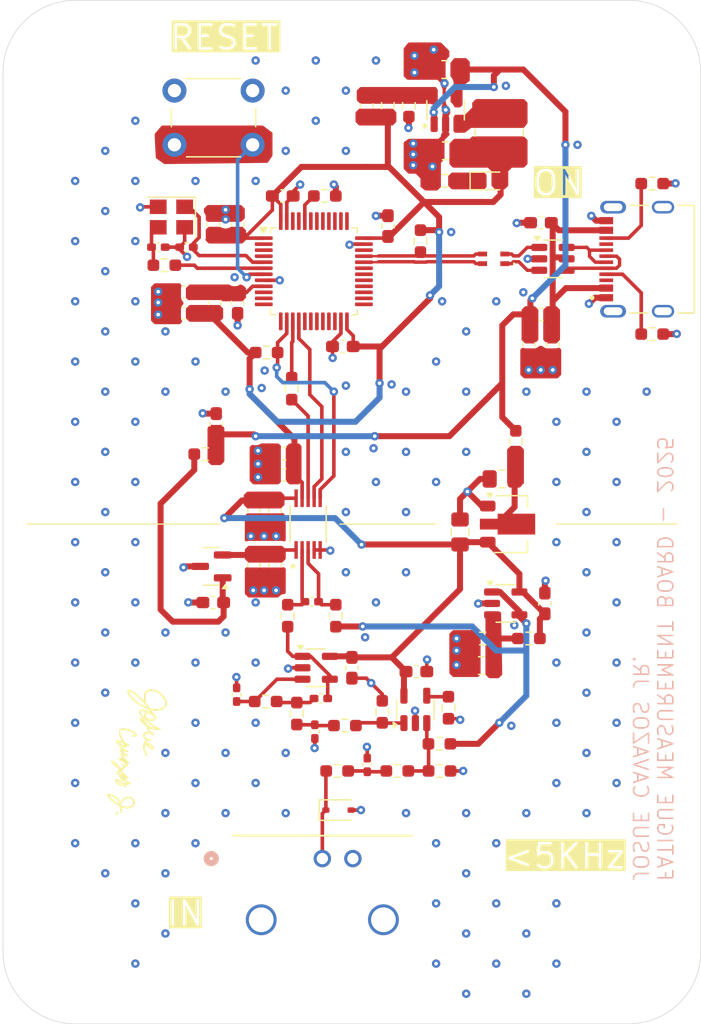
<source format=kicad_pcb>
(kicad_pcb (version 20241229) (generator "pcbnew") (generator_version "9.0")
  (title_block (title "Fatigue Measurement Board") (date "2025-02-21") (rev "-") (comment 1 "Josue Cavazos Jr."))
  (layers (0 "F.Cu" signal) (4 "In1.Cu" signal) (6 "In2.Cu" signal) (2 "B.Cu" signal) (13 "F.Paste" user) (15 "B.Paste" user) (5 "F.SilkS" user "F.Silkscreen") (7 "B.SilkS" user "B.Silkscreen") (1 "F.Mask" user) (3 "B.Mask" user) (25 "Edge.Cuts" user))
  (net 0 "")
  (net 1 "GND")
  (net 2 "+3.3VA")
  (net 3 "VBUS")
  (net 4 "/MCU/USB_CMC_D+")
  (net 5 "/MCU/USB_D-")
  (net 6 "/MCU/USB_CMC_D-")
  (net 7 "/MCU/USB_D+")
  (net 8 "/MCU/USB_CONN_D-")
  (net 9 "/MCU/USB_CONN_CC2")
  (net 10 "/MCU/USB_CONN_CC1")
  (net 11 "/MCU/USB_CONN_D+")
  (net 12 "/Power/LDO_IN")
  (net 13 "/Power/BUCK_SW_3V3")
  (net 14 "+5V")
  (net 15 "/Power/BUCK_FB_3V3")
  (net 16 "/ADC/IN")
  (net 17 "VCOM")
  (net 18 "/ADC/IN_SUM")
  (net 19 "/ADC/SUM_OUT")
  (net 20 "/ADC/SUM-")
  (net 21 "/ADC/AA_BUF_OUT")
  (net 22 "/ADC/IN_AA_BUF")
  (net 23 "/Power/VREF")
  (net 24 "+3V3")
  (net 25 "VDDA")
  (net 26 "/MCU/XTAL_IN")
  (net 27 "/MCU/BOOT0")
  (net 28 "SPI1_NSS")
  (net 29 "/MCU/NRST")
  (net 30 "SPI1_MISO")
  (net 31 "SPI1_SCK")
  (net 32 "/MCU/HSE_IN")
  (net 33 "/MCU/HSE_OUT")
  (net 65 "/ADC/ADC_IN+")
  (net 66 "/ADC/ADC_IN-")
  (net 67 "/ADC/ADC_VREF_VIN")
  (net 68 "/ADC/ADC_VREF")
  (net 69 "/ADC/ADC_SCLK")
  (net 70 "/Power/LED_PWR")
  (net 71 "/ADC/STG2")
  (net 72 "/ADC/STG1")
  (net 73 "/ADC/RF_OUT")
  (footprint "Resistor_SMD:R_0603_1608Metric_Pad0.98x0.95mm_HandSolder" (layer "F.Cu") (at 141.74 119.9325)
    (property "Reference" "R300" (hide yes))
    (property "Value" "1k")
  )
  (footprint "Capacitor_SMD:C_0603_1608Metric_Pad1.08x0.95mm_HandSolder" (layer "F.Cu") (at 128.965 81.9325 180)
    (property "Reference" "C207" (hide yes))
    (property "Value" "1u")
  )
  (footprint "Capacitor_SMD:C_0603_1608Metric_Pad1.08x0.95mm_HandSolder" (layer "F.Cu") (at 137.215 72.1825)
    (property "Reference" "C201" (hide yes))
    (property "Value" "100n")
  )
  (footprint "Capacitor_SMD:C_0603_1608Metric_Pad1.08x0.95mm_HandSolder" (layer "F.Cu") (at 136.5775 98.3325 -90)
    (property "Reference" "C307" (hide yes))
    (property "Value" "100n")
  )
  (footprint "USB-C:PHOENIX_1332645" (layer "F.Cu") (at 171.4275 81.9025 90)
    (property "Reference" "J200" (hide yes))
    (property "Value" "1332645")
  )
  (footprint "Capacitor_SMD:C_0603_1608Metric_Pad1.08x0.95mm_HandSolder" (layer "F.Cu") (at 131.69 91.12 90)
    (property "Reference" "C310" (hide yes))
    (property "Value" "10u")
  )
  (footprint "Capacitor_SMD:C_0603_1608Metric_Pad1.08x0.95mm_HandSolder" (layer "F.Cu") (at 134.8275 98.3325 -90)
    (property "Reference" "C306" (hide yes))
    (property "Value" "10u")
  )
  (footprint "Resistor_SMD:R_0603_1608Metric_Pad0.98x0.95mm_HandSolder" (layer "F.Cu") (at 137.6275 107.04 -90)
    (property "Reference" "R306" (hide yes))
    (property "Value" "1k")
  )
  (footprint "MountingHole:MountingHole_3.2mm_M3" (layer "F.Cu") (at 119.965 61.9325)
    (property "Reference" "H3" (hide yes))
    (property "Value" "MountingHole")
  )
  (footprint "Capacitor_SMD:C_0603_1608Metric_Pad1.08x0.95mm_HandSolder" (layer "F.Cu") (at 134.8275 102.8325 -90)
    (property "Reference" "C312" (hide yes))
    (property "Value" "10u")
  )
  (footprint "Resistor_SMD:R_0603_1608Metric_Pad0.98x0.95mm_HandSolder" (layer "F.Cu") (at 138.385 115.165 -90)
    (property "Reference" "R304" (hide yes))
    (property "Value" "110k")
  )
  (footprint "Capacitor_SMD:C_0603_1608Metric_Pad1.08x0.95mm_HandSolder" (layer "F.Cu") (at 142.215 84.6825 180)
    (property "Reference" "C203" (hide yes))
    (property "Value" "100n")
  )
  (footprint "Package_TO_SOT_SMD:SOT-23-5" (layer "F.Cu") (at 139.9975 111.365)
    (property "Reference" "U301" (hide yes))
    (property "Value" "MCP6001T-E/OT")
  )
  (footprint "Capacitor_SMD:C_0603_1608Metric_Pad1.08x0.95mm_HandSolder" (layer "F.Cu") (at 137.3275 93.5825 180)
    (property "Reference" "C309" (hide yes))
    (property "Value" "10u")
  )
  (footprint "Capacitor_SMD:C_0603_1608Metric_Pad1.08x0.95mm_HandSolder" (layer "F.Cu") (at 133.465 81.07 -90)
    (property "Reference" "C205" (hide yes))
    (property "Value" "10n")
  )
  (footprint "Package_TO_SOT_SMD:SOT-23" (layer "F.Cu") (at 131.2875 102.945 180)
    (property "Reference" "U303" (hide yes))
    (property "Value" "REF3033AIDBZT")
  )
  (footprint "Capacitor_SMD:C_0603_1608Metric_Pad1.08x0.95mm_HandSolder" (layer "F.Cu") (at 136.5775 102.8325 -90)
    (property "Reference" "C313" (hide yes))
    (property "Value" "100n")
  )
  (footprint "Resistor_SMD:R_0603_1608Metric_Pad0.98x0.95mm_HandSolder" (layer "F.Cu") (at 167.9275 83.6525)
    (property "Reference" "R200" (hide yes))
    (property "Value" "5k1")
  )
  (footprint "Capacitor_SMD:C_0603_1608Metric_Pad1.08x0.95mm_HandSolder" (layer "F.Cu") (at 157.6775 84.515 -90)
    (property "Reference" "C102" (hide yes))
    (property "Value" "1u")
  )
  (footprint "Capacitor_SMD:C_0603_1608Metric_Pad1.08x0.95mm_HandSolder" (layer "F.Cu") (at 131.44 105.945 180)
    (property "Reference" "C311" (hide yes))
    (property "Value" "10u")
  )
  (footprint "Resistor_SMD:R_0603_1608Metric_Pad0.98x0.95mm_HandSolder" (layer "F.Cu") (at 135.8775 85.1825 180)
    (property "Reference" "R203" (hide yes))
    (property "Value" "10k")
  )
  (footprint "LED_SMD:LED_0603_1608Metric_Pad1.05x0.95mm_HandSolder" (layer "F.Cu") (at 154.4525 70.9325)
    (property "Reference" "D100" (hide yes))
    (property "Value" "GREEN")
  )
  (footprint "CMC:FIL_ACM2012-900-2P-T002" (layer "F.Cu") (at 154.7525 77.4025 180)
    (property "Reference" "FL200" (hide yes))
    (property "Value" "ACM2012-900-2P-T002")
  )
  (footprint "Package_TO_SOT_SMD:SOT-23-6" (layer "F.Cu") (at 159.6775 77.4025)
    (property "Reference" "U201" (hide yes))
    (property "Value" "USBLC6-2SC6")
  )
  (footprint "Capacitor_SMD:C_0603_1608Metric_Pad1.08x0.95mm_HandSolder" (layer "F.Cu") (at 142.965 111.365 -90)
    (property "Reference" "C300" (hide yes))
    (property "Value" "100n")
  )
  (footprint "Button_Switch_THT:SW_PUSH_6mm" (layer "F.Cu") (at 128.215 63.4325)
    (property "Reference" "SW200" (hide yes))
    (property "Value" "SW_Omron_B3FS")
  )
  (footprint "Capacitor_SMD:C_0402_1005Metric_Pad0.74x0.62mm_HandSolder" (layer "F.Cu") (at 140.385 113.915)
    (property "Reference" "C301" (hide yes))
    (property "Value" "1n")
  )
  (footprint "Resistor_SMD:R_0603_1608Metric_Pad0.98x0.95mm_HandSolder" (layer "F.Cu") (at 142.385 116.165)
    (property "Reference" "R303" (hide yes))
    (property "Value" "33k")
  )
  (footprint "Capacitor_SMD:C_0603_1608Metric_Pad1.08x0.95mm_HandSolder" (layer "F.Cu") (at 128.965 80.1825 180)
    (property "Reference" "C206" (hide yes))
    (property "Value" "1u")
  )
  (footprint "Capacitor_SMD:C_0805_2012Metric_Pad1.18x1.45mm_HandSolder" (layer "F.Cu") (at 150.7025 61.6825 180)
    (property "Reference" "C106" (hide yes))
    (property "Value" "22u")
  )
  (footprint "Crystal:Crystal_SMD_3225-4Pin_3.2x2.5mm" (layer "F.Cu") (at 127.965 73.9325 180)
    (property "Reference" "Y200" (hide yes))
    (property "Value" "16MHz")
  )
  (footprint "Package_QFP:LQFP-48_7x7mm_P0.5mm" (layer "F.Cu") (at 139.8025 78.4325)
    (property "Reference" "U200" (hide yes))
    (property "Value" "STM32F103CBTx")
  )
  (footprint "Capacitor_SMD:C_0402_1005Metric_Pad0.74x0.62mm_HandSolder" (layer "F.Cu") (at 144.24 119.4325 90)
    (property "Reference" "C302" (hide yes))
    (property "Value" "150p")
  )
  (footprint "Resistor_SMD:R_0603_1608Metric_Pad0.98x0.95mm_HandSolder" (layer "F.Cu") (at 146.74 119.9325)
    (property "Reference" "R301" (hide yes))
    (property "Value" "56k")
  )
  (footprint "Resistor_SMD:R_0603_1608Metric_Pad0.98x0.95mm_HandSolder" (layer "F.Cu") (at 141.6275 107.04 -90)
    (property "Reference" "R310" (hide yes))
    (property "Value" "1k")
  )
  (footprint "Resistor_SMD:R_0603_1608Metric_Pad0.98x0.95mm_HandSolder" (layer "F.Cu") (at 145.49 115.02 90)
    (property "Reference" "R309" (hide yes))
    (property "Value" "1k")
  )
  (footprint "Resistor_SMD:R_0603_1608Metric_Pad0.98x0.95mm_HandSolder" (layer "F.Cu") (at 150.2525 119.9325)
    (property "Reference" "R307" (hide yes))
    (property "Value" "11k")
  )
  (footprint "Resistor_SMD:R_0603_1608Metric_Pad0.98x0.95mm_HandSolder" (layer "F.Cu") (at 153.84 108.9325)
    (property "Reference" "R102" (hide yes))
    (property "Value" "1k")
  )
  (footprint "Package_TO_SOT_SMD:SOT-23-5" (layer "F.Cu") (at 150.7525 65.07 90)
    (property "Reference" "U102" (hide yes))
    (property "Value" "TLV62569DBV")
  )
  (footprint "Inductor_SMD:L_0603_1608Metric_Pad1.05x0.95mm_HandSolder" (layer "F.Cu") (at 158.6775 82.015 180)
    (property "Reference" "L100" (hide yes))
    (property "Value" "10n")
  )
  (footprint "Resistor_SMD:R_0603_1608Metric_Pad0.98x0.95mm_HandSolder" (layer "F.Cu") (at 130.7775 93.62 180)
    (property "Reference" "R311" (hide yes))
    (property "Value" "49R9")
  )
  (footprint "ADC:SOP50P490X110-10N" (layer "F.Cu") (at 139.3275 99.4325 90)
    (property "Reference" "U302" (hide yes))
    (property "Value" "ADC141S626CIMM_NOPB")
  )
  (footprint "Capacitor_SMD:C_0603_1608Metric_Pad1.08x0.95mm_HandSolder" (layer "F.Cu") (at 158.6775 74.4025 180)
    (property "Reference" "C210" (hide yes))
    (property "Value" "100n")
  )
  (footprint "Package_TO_SOT_SMD:SOT-23-5" (layer "F.Cu") (at 155.7525 106.02)
    (property "Reference" "U101" (hide yes))
    (property "Value" "MCP6001T-E/OT")
  )
  (footprint "BNC:CONN_73138-5033_MOL" (layer "F.Cu") (at 140.5074 127.210903)
    (property "Reference" "J300" (hide yes))
    (property "Value" "031-5640-1010")
  )
  (footprint "Capacitor_SMD:C_0402_1005Metric_Pad0.74x0.62mm_HandSolder" (layer "F.Cu") (at 139.885 116.665 -90)
    (property "Reference" "C303" (hide yes))
    (property "Value" "1n")
  )
  (footprint "Capacitor_SMD:C_0805_2012Metric_Pad1.18x1.45mm_HandSolder" (layer "F.Cu") (at 150.7525 68.4325 180)
    (property "Reference" "C107" (hide yes))
    (property "Value" "22u")
  )
  (footprint "Capacitor_SMD:C_0402_1005Metric_Pad0.74x0.62mm_HandSolder" (layer "F.Cu") (at 139.6275 105.8775)
    (property "Reference" "C305" (hide yes))
    (property "Value" "150p")
  )
  (footprint "MountingHole:MountingHole_3.2mm_M3" (layer "F.Cu") (at 119.965 134.9325)
    (property "Reference" "H4" (hide yes))
    (property "Value" "MountingHole")
  )
  (footprint "Capacitor_SMD:C_0805_2012Metric_Pad1.18x1.45mm_HandSolder" (layer "F.Cu") (at 155.4525 95.6825 180)
    (property "Reference" "C103" (hide yes))
    (property "Value" "22u")
  )
  (footprint "Capacitor_SMD:C_0603_1608Metric_Pad1.08x0.95mm_HandSolder" (layer "F.Cu") (at 133.465 74.545 90)
    (property "Reference" "C204" (hide yes))
    (property "Value" "100n")
  )
  (footprint "Resistor_SMD:R_0603_1608Metric_Pad0.98x0.95mm_HandSolder" (layer "F.Cu") (at 140.715 72.1825 180)
    (property "Reference" "R202" (hide yes))
    (property "Value" "10k")
  )
  (footprint "MountingHole:MountingHole_3.2mm_M3" (layer "F.Cu") (at 165.965 134.9325)
    (property "Reference" "H1" (hide yes))
    (property "Value" "MountingHole")
  )
  (footprint "Capacitor_SMD:C_0603_1608Metric_Pad1.08x0.95mm_HandSolder" (layer "F.Cu") (at 148.3275 111.6825)
    (property "Reference" "C314" (hide yes))
    (property "Value" "100n")
  )
  (footprint "Resistor_SMD:R_0603_1608Metric_Pad0.98x0.95mm_HandSolder" (layer "F.Cu") (at 147.7025 64.6825 90)
    (property "Reference" "R105" (hide yes))
    (property "Value" "22k")
  )
  (footprint "LOGO" (layer "F.Cu") (at 124.965 118.6825 -90)
    (property "Reference" "G***" (hide yes))
    (property "Value" "LOGO" (hide yes))
  )
  (footprint "Resistor_SMD:R_0603_1608Metric_Pad0.98x0.95mm_HandSolder" (layer "F.Cu") (at 127.3775 77.9325 180)
    (property "Reference" "R204" (hide yes))
    (property "Value" "0R")
  )
  (footprint "Capacitor_SMD:C_0603_1608Metric_Pad1.08x0.95mm_HandSolder" (layer "F.Cu") (at 159.0025 106.02 -90)
    (property "Reference" "C100" (hide yes))
    (property "Value" "100n")
  )
  (footprint "Resistor_SMD:R_0603_1608Metric_Pad0.98x0.95mm_HandSolder" (layer "F.Cu") (at 156.59 92.595 -90)
    (property "Reference" "R100" (hide yes))
    (property "Value" "10R")
  )
  (footprint "Capacitor_SMD:C_0603_1608Metric_Pad1.08x0.95mm_HandSolder" (layer "F.Cu") (at 131.465 74.57 90)
    (property "Reference" "C200" (hide yes))
    (property "Value" "10u")
  )
  (footprint "Capacitor_SMD:C_0603_1608Metric_Pad1.08x0.95mm_HandSolder" (layer "F.Cu") (at 144.2025 64.6825 90)
    (property "Reference" "C108" (hide yes))
    (property "Value" "DNP")
  )
  (footprint "Inductor_SMD:L_0603_1608Metric_Pad1.05x0.95mm_HandSolder" (layer "F.Cu") (at 131.5575 81.035 -90)
    (property "Reference" "L200" (hide yes))
    (property "Value" "10n")
  )
  (footprint "Capacitor_SMD:C_0603_1608Metric_Pad1.08x0.95mm_HandSolder" (layer "F.Cu") (at 159.6775 84.515 -90)
    (property "Reference" "C101" (hide yes))
    (property "Value" "1u")
  )
  (footprint "Resistor_SMD:R_0603_1608Metric_Pad0.98x0.95mm_HandSolder" (layer "F.Cu") (at 145.9525 64.6825 -90)
    (property "Reference" "R103" (hide yes))
    (property "Value" "100k")
  )
  (footprint "Capacitor_SMD:C_0805_2012Metric_Pad1.18x1.45mm_HandSolder" (layer "F.Cu") (at 151.9525 100.0875 90)
    (property "Reference" "C104" (hide yes))
    (property "Value" "22u")
  )
  (footprint "Capacitor_SMD:C_0402_1005Metric_Pad0.74x0.62mm_HandSolder" (layer "F.Cu") (at 126.8775 76.4325)
    (property "Reference" "C209" (hide yes))
    (property "Value" "10p")
  )
  (footprint "Diode_SMD:D_SOD-323" (layer "F.Cu") (at 141.8525 123.1825)
    (property "Reference" "D300" (hide yes))
    (property "Value" "PESD3V3L1BA,115")
  )
  (footprint "Capacitor_SMD:C_0805_2012Metric_Pad1.18x1.45mm_HandSolder" (layer "F.Cu") (at 153.7525 111.1825 180)
    (property "Reference" "C105" (hide yes))
    (property "Value" "22u")
  )
  (footprint "Capacitor_SMD:C_0402_1005Metric_Pad0.74x0.62mm_HandSolder" (layer "F.Cu") (at 129.215 76.4325 180)
    (property "Reference" "C208" (hide yes))
    (property "Value" "10p")
  )
  (footprint "MountingHole:MountingHole_3.2mm_M3" (layer "F.Cu") (at 165.965 61.9325)
    (property "Reference" "H2" (hide yes))
    (property "Value" "MountingHole")
  )
  (footprint "Package_TO_SOT_SMD:SOT-23-5" (layer "F.Cu") (at 148.24 114.82 90)
    (property "Reference" "U300" (hide yes))
    (property "Value" "MCP6001T-E/OT")
  )
  (footprint "Resistor_SMD:R_0603_1608Metric_Pad0.98x0.95mm_HandSolder" (layer "F.Cu") (at 135.7975 114.165)
    (property "Reference" "R305" (hide yes))
    (property "Value" "56k")
  )
  (footprint "Package_TO_SOT_SMD:SOT-89-3" (layer "F.Cu") (at 156.2025 99.4325)
    (property "Reference" "U100" (hide yes))
    (property "Value" "HT7533-1")
  )
  (footprint "Power Inductor:IND_VLS4015CX-100M-H" (layer "F.Cu") (at 155.2025 66.9325 -90)
    (property "Reference" "L101" (hide yes))
    (property "Value" "10u")
  )
  (footprint "Resistor_SMD:R_0603_1608Metric_Pad0.98x0.95mm_HandSolder" (layer "F.Cu") (at 167.9275 71.1525)
    (property "Reference" "R201" (hide yes))
    (property "Value" "5k1")
  )
  (footprint "Capacitor_SMD:C_0603_1608Metric_Pad1.08x0.95mm_HandSolder" (layer "F.Cu") (at 145.965 74.6825 90)
    (property "Reference" "C202" (hide yes))
    (property "Value" "100n")
  )
  (footprint "Resistor_SMD:R_0603_1608Metric_Pad0.98x0.95mm_HandSolder" (layer "F.Cu") (at 137.965 88.1825 -90)
    (property "Reference" "R312" (hide yes))
    (property "Value" "0R")
  )
  (footprint "Resistor_SMD:R_0603_1608Metric_Pad0.98x0.95mm_HandSolder" (layer "F.Cu") (at 150.24 117.6825 180)
    (property "Reference" "R302" (hide yes))
    (property "Value" "56k")
  )
  (footprint "Resistor_SMD:R_0603_1608Metric_Pad0.98x0.95mm_HandSolder" (layer "F.Cu") (at 148.665 75.9325 -90)
    (property "Reference" "R205" (hide yes))
    (property "Value" "1k5")
  )
  (footprint "Capacitor_SMD:C_0402_1005Metric_Pad0.74x0.62mm_HandSolder" (layer "F.Cu") (at 133.385 113.5975 90)
    (property "Reference" "C304" (hide yes))
    (property "Value" "150p")
  )
  (footprint "Resistor_SMD:R_0603_1608Metric_Pad0.98x0.95mm_HandSolder" (layer "F.Cu") (at 150.99 114.6825 -90)
    (property "Reference" "R308" (hide yes))
    (property "Value" "1k")
  )
  (footprint "Resistor_SMD:R_0603_1608Metric_Pad0.98x0.95mm_HandSolder" (layer "F.Cu") (at 150.7025 70.9325)
    (property "Reference" "R104" (hide yes))
    (property "Value" "1k")
  )
  (footprint "Resistor_SMD:R_0603_1608Metric_Pad0.98x0.95mm_HandSolder" (layer "F.Cu") (at 157.6775 108.9325)
    (property "Reference" "R101" (hide yes))
    (property "Value" "1k")
  )
  (footprint "Capacitor_SMD:C_0603_1608Metric_Pad1.08x0.95mm_HandSolder" (layer "F.Cu") (at 137.3275 95.3325 180)
    (property "Reference" "C308" (hide yes))
    (property "Value" "100n")
  )
  (gr_line (start 141.965 99.4325) (end 149.965 99.4325) (stroke (width 0.1)) (layer "F.SilkS"))
  (gr_line (start 115.965 99.4325) (end 131.965 99.4325) (stroke (width 0.1)) (layer "F.SilkS"))
  (gr_line (start 159.965 99.4325) (end 169.965 99.4325) (stroke (width 0.1)) (layer "F.SilkS"))
  (gr_line (start 165.965 140.9325) (end 119.965 140.9325) (stroke (width 0.05)) (layer "Edge.Cuts"))
  (gr_arc (start 113.965 61.9325) (mid 115.722359 57.689859) (end 119.965 55.9325) (stroke (width 0.05)) (layer "Edge.Cuts"))
  (gr_line (start 171.965 61.9325) (end 171.965 134.9325) (stroke (width 0.05)) (layer "Edge.Cuts"))
  (gr_arc (start 119.965 140.9325) (mid 115.722359 139.175141) (end 113.965 134.9325) (stroke (width 0.05)) (layer "Edge.Cuts"))
  (gr_arc (start 165.965 55.9325) (mid 170.207641 57.689859) (end 171.965 61.9325) (stroke (width 0.05)) (layer "Edge.Cuts"))
  (gr_arc (start 171.965 134.9325) (mid 170.207641 139.175141) (end 165.965 140.9325) (stroke (width 0.05)) (layer "Edge.Cuts"))
  (gr_line (start 165.965 55.9325) (end 119.965 55.9325) (stroke (width 0.05)) (layer "Edge.Cuts"))
  (gr_line (start 113.965 61.9325) (end 113.965 134.9325) (stroke (width 0.05)) (layer "Edge.Cuts"))
  (gr_text "IN" (at 127.465 132.9325 0) (layer "F.SilkS" knockout) (effects (font (size 2 2) (thickness 0.2)) (justify left bottom)))
  (gr_text "<5KHz" (at 155.465 128.1825 0) (layer "F.SilkS" knockout) (effects (font (size 2 2) (thickness 0.2)) (justify left bottom)))
  (gr_text "ON" (at 157.9025 72.2825 0) (layer "F.SilkS" knockout) (effects (font (size 2 2) (thickness 0.2)) (justify left bottom)))
  (gr_text "RESET" (at 127.715 60.1825 0) (layer "F.SilkS" knockout) (effects (font (size 2 2) (thickness 0.2)) (justify left bottom)))
  (gr_text "FATIGUE MEASUREMENT BOARD - 2025\nJOSUE CAVAZOS JR." (at 166.215 129.1825 270) (layer "B.SilkS") (effects (font (size 1.25 1.25) (thickness 0.125)) (justify left bottom mirror)))
  (segment (start 164.1075 74.2325) (end 163.265 74.2325) (width 0.5) (layer "F.Cu") (net 1))
  (segment (start 131.69 90.2575) (end 130.59 90.2575) (width 0.5) (layer "F.Cu") (net 1))
  (segment (start 130.35 102.945) (end 129.0525 102.945) (width 0.5) (layer "F.Cu") (net 1))
  (segment (start 168.84 71.1525) (end 169.845 71.1525) (width 0.5) (layer "F.Cu") (net 1))
  (segment (start 169.845 71.1525) (end 169.865 71.1325) (width 0.5) (layer "F.Cu") (net 1))
  (segment (start 158.54 77.4025) (end 157.574886 77.4025) (width 0.5) (layer "F.Cu") (net 1))
  (segment (start 126.865 73.0825) (end 125.415 73.0825) (width 0.3) (layer "F.Cu") (net 1))
  (segment (start 153.765 97.9325) (end 152.565 96.7325) (width 0.5) (layer "F.Cu") (net 1))
  (segment (start 125.415 73.0825) (end 125.365 73.1325) (width 0.3) (layer "F.Cu") (net 1))
  (segment (start 141.115 101.5825) (end 141.165 101.6325) (width 0.3) (layer "F.Cu") (net 1))
  (segment (start 141.3525 84.6825) (end 141.3525 85.62) (width 0.3) (layer "F.Cu") (net 1))
  (segment (start 138.0775 71.82) (end 138.665 71.2325) (width 0.3) (layer "F.Cu") (net 1))
  (segment (start 127.445 76.4325) (end 128.6475 76.4325) (width 0.3) (layer "F.Cu") (net 1))
  (segment (start 142.965 112.2275) (end 144.16 112.2275) (width 0.3) (layer "F.Cu") (net 1))
  (segment (start 138.86 111.365) (end 137.7325 111.365) (width 0.3) (layer "F.Cu") (net 1))
  (segment (start 137.5525 74.27) (end 137.5525 72.7075) (width 0.3) (layer "F.Cu") (net 1))
  (segment (start 133.385 113.03) (end 133.385 112.1525) (width 0.3) (layer "F.Cu") (net 1))
  (segment (start 128.6475 76.4325) (end 128.6475 76.615) (width 0.3) (layer "F.Cu") (net 1))
  (segment (start 145.965 73.82) (end 144.9775 73.82) (width 0.5) (layer "F.Cu") (net 1))
  (segment (start 144.24 118.865) (end 144.24 117.9575) (width 0.3) (layer "F.Cu") (net 1))
  (segment (start 157.815 74.4025) (end 156.695 74.4025) (width 0.5) (layer "F.Cu") (net 1))
  (segment (start 139.885 118.0125) (end 139.865 118.0325) (width 0.3) (layer "F.Cu") (net 1))
  (segment (start 169.945 83.6525) (end 169.965 83.6325) (width 0.5) (layer "F.Cu") (net 1))
  (segment (start 141.3525 84.295) (end 141.3525 84.6825) (width 0.3) (layer "F.Cu") (net 1))
  (segment (start 142.0525 82.595) (end 142.0525 83.595) (width 0.3) (layer "F.Cu") (net 1))
  (segment (start 129.3775 105.945) (end 129.365 105.9325) (width 0.5) (layer "F.Cu") (net 1))
  (segment (start 151.9525 99.05) (end 151.9525 97.345) (width 0.5) (layer "F.Cu") (net 1))
  (segment (start 143.965 76.1825) (end 142.815 76.1825) (width 0.3) (layer "F.Cu") (net 1))
  (segment (start 154.2525 97.9325) (end 153.765 97.9325) (width 0.5) (layer "F.Cu") (net 1))
  (segment (start 147.7025 66.495) (end 147.665 66.5325) (width 0.5) (layer "F.Cu") (net 1))
  (segment (start 141.6275 71.395) (end 141.465 71.2325) (width 0.5) (layer "F.Cu") (net 1))
  (segment (start 149.19 111.6825) (end 149.19 110.7075) (width 0.3) (layer "F.Cu") (net 1))
  (segment (start 153.4775 106.02) (end 153.465 106.0325) (width 0.5) (layer "F.Cu") (net 1))
  (segment (start 144.24 117.9575) (end 144.215 117.9325) (width 0.3) (layer "F.Cu") (net 1))
  (segment (start 128.6475 76.615) (end 129.265 77.2325) (width 0.3) (layer "F.Cu") (net 1))
  (segment (start 168.84 83.6525) (end 169.945 83.6525) (width 0.5) (layer "F.Cu") (net 1))
  (segment (start 139.885 117.2325) (end 139.885 118.0125) (width 0.3) (layer "F.Cu") (net 1))
  (segment (start 130.59 90.2575) (end 130.565 90.2325) (width 0.5) (layer "F.Cu") (net 1))
  (segment (start 147.7025 65.595) (end 147.7025 66.495) (width 0.5) (layer "F.Cu") (net 1))
  (segment (start 148.24 115.9575) (end 148.24 114.9575) (width 0.3) (layer "F.Cu") (net 1))
  (segment (start 141.3525 85.62) (end 141.365 85.6325) (width 0.3) (layer "F.Cu") (net 1))
  (segment (start 142.9025 123.1825) (end 143.715 123.1825) (width 0.3) (layer "F.Cu") (net 1))
  (segment (start 133.385 112.1525) (end 133.365 112.1325) (width 0.3) (layer "F.Cu") (net 1))
  (segment (start 141.6275 72.1825) (end 141.6275 71.395) (width 0.5) (layer "F.Cu") (net 1))
  (segment (start 150.99 115.595) (end 151.8775 115.595) (width 0.3) (layer "F.Cu") (net 1))
  (segment (start 133.465 81.9325) (end 133.465 82.9325) (width 0.5) (layer "F.Cu") (net 1))
  (segment (start 142.815 76.1825) (end 142.765 76.2325) (width 0.3) (layer "F.Cu") (net 1))
  (segment (start 138.0775 72.1825) (end 138.0775 71.82) (width 0.3) (layer "F.Cu") (net 1))
  (segment (start 142.0525 83.595) (end 141.3525 84.295) (width 0.3) (layer "F.Cu") (net 1))
  (segment (start 154.615 106.02) (end 153.4775 106.02) (width 0.5) (layer "F.Cu") (net 1))
  (segment (start 145.49 113.5575) (end 144.565 112.6325) (width 0.3) (layer "F.Cu") (net 1))
  (segment (start 154.415 95.6825) (end 153.615 95.6825) (width 0.5) (layer "F.Cu") (net 1))
  (segment (start 151.9525 97.345) (end 152.565 96.7325) (width 0.5) (layer "F.Cu") (net 1))
  (segment (start 130.5775 105.945) (end 129.3775 105.945) (width 0.5) (layer "F.Cu") (net 1))
  (segment (start 140.3275 101.5825) (end 141.115 101.5825) (width 0.3) (layer "F.Cu") (net 1))
  (segment (start 144.16 112.2275) (end 144.565 112.6325) (width 0.3) (layer "F.Cu") (net 1))
  (segment (start 149.19 110.7075) (end 149.215 110.6825) (width 0.3) (layer "F.Cu") (net 1))
  (segment (start 148.24 114.9575) (end 148.215 114.9325) (width 0.3) (layer "F.Cu") (net 1))
  (segment (start 151.165 119.9325) (end 152.215 119.9325) (width 0.3) (layer "F.Cu") (net 1))
  (segment (start 144.9775 73.82) (end 144.965 73.8325) (width 0.5) (layer "F.Cu") (net 1))
  (segment (start 164.1075 80.6325) (end 163.165 80.6325) (width 0.5) (layer "F.Cu") (net 1))
  (segment (start 163.165 80.6325) (end 162.665 81.1325) (width 0.5) (layer "F.Cu") (net 1))
  (segment (start 151.8775 115.595) (end 151.965 115.6825) (width 0.3) (layer "F.Cu") (net 1))
  (segment (start 129.065 76.015) (end 128.6475 76.4325) (width 0.3) (layer "F.Cu") (net 1))
  (segment (start 137.5525 72.7075) (end 138.0775 72.1825) (width 0.3) (layer "F.Cu") (net 1))
  (segment (start 137.7325 111.365) (end 137.665 111.4325) (width 0.3) (layer "F.Cu") (net 1))
  (segment (start 139.8275 101.5825) (end 140.3275 101.5825) (width 0.3) (layer "F.Cu") (net 1))
  (segment (start 156.695 74.4025) (end 156.665 74.4325) (width 0.5) (layer "F.Cu") (net 1))
  (segment (start 129.0525 102.945) (end 128.965 103.0325) (width 0.5) (layer "F.Cu") (net 1))
  (segment (start 145.49 114.1075) (end 145.49 113.5575) (width 0.3) (layer "F.Cu") (net 1))
  (segment (start 129.065 74.7825) (end 129.065 76.015) (width 0.3) (layer "F.Cu") (net 1))
  (segment (start 159.0025 104.195) (end 159.065 104.1325) (width 0.5) (layer "F.Cu") (net 1))
  (segment (start 159.0025 105.1575) (end 159.0025 104.195) (width 0.5) (layer "F.Cu") (net 1))
  (segment (start 153.615 95.6825) (end 152.565 96.7325) (width 0.5) (layer "F.Cu") (net 1))
  (segment (start 135.64 79.1825) (end 136.965 79.1825) (width 0.3) (layer "F.Cu") (net 1))
  (segment (start 163.265 74.2325) (end 162.865 73.8325) (width 0.5) (layer "F.Cu") (net 1))
  (via (at 164.965 95.9325) (size 0.7) (drill 0.3) (layers "F.Cu" "B.Cu") (net 1))
  (via (at 134.965 105.9325) (size 0.7) (drill 0.3) (layers "F.Cu" "B.Cu") (net 1))
  (via (at 157.465 133.4325) (size 0.7) (drill 0.3) (layers "F.Cu" "B.Cu") (net 1))
  (via (at 124.965 85.9325) (size 0.7) (drill 0.3) (layers "F.Cu" "B.Cu") (net 1))
  (via (at 127.465 108.4325) (size 0.7) (drill 0.3) (layers "F.Cu" "B.Cu") (net 1))
  (via (at 119.965 95.9325) (size 0.7) (drill 0.3) (layers "F.Cu" "B.Cu") (net 1))
  (via (at 162.465 113.4325) (size 0.7) (drill 0.3) (layers "F.Cu" "B.Cu") (net 1))
  (via (at 132.465 73.3325) (size 0.7) (drill 0.3) (layers "F.Cu" "B.Cu") (net 1))
  (via (at 134.765 104.9325) (size 0.7) (drill 0.3) (layers "F.Cu" "B.Cu") (net 1))
  (via (at 141.465 71.2325) (size 0.7) (drill 0.3) (layers "F.Cu" "B.Cu") (net 1))
  (via (at 137.665 111.4325) (size 0.7) (drill 0.3) (layers "F.Cu" "B.Cu") (net 1))
  (via (at 142.465 87.9325) (size 0.7) (drill 0.3) (layers "F.Cu" "B.Cu") (net 1))
  (via (at 148.165 61.9325) (size 0.7) (drill 0.3) (layers "F.Cu" "B.Cu") (net 1))
  (via (at 149.215 110.6825) (size 0.7) (drill 0.3) (layers "F.Cu" "B.Cu") (net 1))
  (via (at 159.965 90.9325) (size 0.7) (drill 0.3) (layers "F.Cu" "B.Cu") (net 1))
  (via (at 164.965 100.9325) (size 0.7) (drill 0.3) (layers "F.Cu" "B.Cu") (net 1))
  (via (at 150.665 62.8325) (size 0.7) (drill 0.3) (layers "F.Cu" "B.Cu") (net 1))
  (via (at 154.965 135.9325) (size 0.7) (drill 0.3) (layers "F.Cu" "B.Cu") (net 1))
  (via (at 162.465 123.4325) (size 0.7) (drill 0.3) (layers "F.Cu" "B.Cu") (net 1))
  (via (at 159.965 120.9325) (size 0.7) (drill 0.3) (layers "F.Cu" "B.Cu") (net 1))
  (via (at 153.465 106.0325) (size 0.7) (drill 0.3) (layers "F.Cu" "B.Cu") (net 1))
  (via (at 159.965 115.9325) (size 0.7) (drill 0.3) (layers "F.Cu" "B.Cu") (net 1))
  (via (at 122.465 113.4325) (size 0.7) (drill 0.3) (layers "F.Cu" "B.Cu") (net 1))
  (via (at 152.465 138.4325) (size 0.7) (drill 0.3) (layers "F.Cu" "B.Cu") (net 1))
  (via (at 134.965 60.9325) (size 0.7) (drill 0.3) (layers "F.Cu" "B.Cu") (net 1))
  (via (at 144.765 93.1325) (size 0.7) (drill 0.3) (layers "F.Cu" "B.Cu") (net 1))
  (via (at 157.574886 77.4025) (size 0.7) (drill 0.3) (layers "F.Cu" "B.Cu") (net 1))
  (via (at 142.465 93.4325) (size 0.7) (drill 0.3) (layers "F.Cu" "B.Cu") (net 1))
  (via (at 136.965 79.1825) (size 0.7) (drill 0.3) (layers "F.Cu" "B.Cu") (net 1))
  (via (at 129.265 77.2325) (size 0.7) (drill 0.3) (layers "F.Cu" "B.Cu") (net 1))
  (via (at 148.065 69.6325) (size 0.7) (drill 0.3) (layers "F.Cu" "B.Cu") (net 1))
  (via (at 149.665 69.7325) (size 0.7) (drill 0.3) (layers "F.Cu" "B.Cu") (net 1))
  (via (at 157.215 80.1825) (size 0.7) (drill 0.3) (layers "F.Cu" "B.Cu") (net 1))
  (via (at 157.465 88.4325) (size 0.7) (drill 0.3) (layers "F.Cu" "B.Cu") (net 1))
  (via (at 136.665 104.9325) (size 0.7) (drill 0.3) (layers "F.Cu" "B.Cu") (net 1))
  (via (at 134.965 115.9325) (size 0.7) (drill 0.3) (layers "F.Cu" "B.Cu") (net 1))
  (via (at 119.965 110.9325) (size 0.7) (drill 0.3) (layers "F.Cu" "B.Cu") (net 1))
  (via (at 124.965 70.9325) (size 0.7) (drill 0.3) (layers "F.Cu" "B.Cu") (net 1))
  (via (at 126.865 82.0325) (size 0.7) (drill 0.3) (layers "F.Cu" "B.Cu") (net 1))
  (via (at 162.465 108.4325) (size 0.7) (drill 0.3) (layers "F.Cu" "B.Cu") (net 1))
  (via (at 149.965 135.9325) (size 0.7) (drill 0.3) (layers "F.Cu" "B.Cu") (net 1))
  (via (at 148.065 68.7325) (size 0.7) (drill 0.3) (layers "F.Cu" "B.Cu") (net 1))
  (via (at 137.465 118.4325) (size 0.7) (drill 0.3) (layers "F.Cu" "B.Cu") (net 1))
  (via (at 119.965 85.9325) (size 0.7) (drill 0.3) (layers "F.Cu" "B.Cu") (net 1))
  (via (at 122.465 68.4325) (size 0.7) (drill 0.3) (layers "F.Cu" "B.Cu") (net 1))
  (via (at 149.965 130.9325) (size 0.7) (drill 0.3) (layers "F.Cu" "B.Cu") (net 1))
  (via (at 159.665 86.6325) (size 0.7) (drill 0.3) (layers "F.Cu" "B.Cu") (net 1))
  (via (at 119.965 115.9325) (size 0.7) (drill 0.3) (layers "F.Cu" "B.Cu") (net 1))
  (via (at 124.965 125.9325) (size 0.7) (drill 0.3) (layers "F.Cu" "B.Cu") (net 1))
  (via (at 135.665 104.9325) (size 0.7) (drill 0.3) (layers "F.Cu" "B.Cu") (net 1))
  (via (at 134.565 100.4325) (size 0.7) (drill 0.3) (layers "F.Cu" "B.Cu") (net 1))
  (via (at 154.965 130.9325) (size 0.7) (drill 0.3) (layers "F.Cu" "B.Cu") (net 1))
  (via (at 119.965 100.9325) (size 0.7) (drill 0.3) (layers "F.Cu" "B.Cu") (net 1))
  (via (at 139.865 118.0325) (size 0.7) (drill 0.3) (layers "F.Cu" "B.Cu") (net 1))
  (via (at 164.965 105.9325) (size 0.7) (drill 0.3) (layers "F.Cu" "B.Cu") (net 1))
  (via (at 162.465 88.4325) (size 0.7) (drill 0.3) (layers "F.Cu" "B.Cu") (net 1))
  (via (at 132.465 88.4325) (size 0.7) (drill 0.3) (layers "F.Cu" "B.Cu") (net 1))
  (via (at 128.965 103.0325) (size 0.7) (drill 0.3) (layers "F.Cu" "B.Cu") (net 1))
  (via (at 119.965 120.9325) (size 0.7) (drill 0.3) (layers "F.Cu" "B.Cu") (net 1))
  (via (at 152.465 133.4325) (size 0.7) (drill 0.3) (layers "F.Cu" "B.Cu") (net 1))
  (via (at 144.215 117.9325) (size 0.7) (drill 0.3) (layers "F.Cu" "B.Cu") (net 1))
  (via (at 127.465 88.4325) (size 0.7) (drill 0.3) (layers "F.Cu" "B.Cu") (net 1))
  (via (at 144.065 108.8325) (size 0.7) (drill 0.3) (layers "F.Cu" "B.Cu") (net 1))
  (via (at 134.965 120.9325) (size 0.7) (drill 0.3) (layers "F.Cu" "B.Cu") (net 1))
  (via (at 156.215 116.1825) (size 0.7) (drill 0.3) (layers "F.Cu" "B.Cu") (net 1))
  (via (at 157.465 138.4325) (size 0.7) (drill 0.3) (layers "F.Cu" "B.Cu") (net 1))
  (via (at 151.665 108.9325) (size 0.7) (drill 0.3) (layers "F.Cu" "B.Cu") (net 1))
  (via (at 129.965 85.9325) (size 0.7) (drill 0.3) (layers "F.Cu" "B.Cu") (net 1))
  (via (at 129.965 115.9325) (size 0.7) (drill 0.3) (layers "F.Cu" "B.Cu") (net 1))
  (via (at 159.965 130.9325) (size 0.7) (drill 0.3) (layers "F.Cu" "B.Cu") (net 1))
  (via (at 135.665 100.4325) (size 0.7) (drill 0.3) (layers "F.Cu" "B.Cu") (net 1))
  (via (at 137.465 68.4325) (size 0.7) (drill 0.3) (layers "F.Cu" "B.Cu") (net 1))
  (via (at 152.215 119.9325) (size 0.7) (drill 0.3) (layers "F.Cu" "B.Cu") (net 1))
  (via (at 155.765 63.0325) (size 0.7) (drill 0.3) (layers "F.Cu" "B.Cu") (net 1))
  (via (at 124.965 105.9325) (size 0.7) (drill 0.3) (layers "F.Cu" "B.Cu") (net 1))
  (via (at 127.465 83.4325) (size 0.7) (drill 0.3) (layers "F.Cu" "B.Cu") (net 1))
  (via (at 137.465 123.4325) (size 0.7) (drill 0.3) (layers "F.Cu" "B.Cu") (net 1))
  (via (at 135.165 93.3325) (size 0.7) (drill 0.3) (layers "F.Cu" "B.Cu") (net 1))
  (via (at 130.565 90.2325) (size 0.7) (drill 0.3) (layers "F.Cu" "B.Cu") (net 1))
  (via (at 164.965 110.9325) (size 0.7) (drill 0.3) (layers "F.Cu" "B.Cu") (net 1))
  (via (at 159.965 100.9325) (size 0.7) (drill 0.3) (layers "F.Cu" "B.Cu") (net 1))
  (via (at 161.715 67.9325) (size 0.7) (drill 0.3) (layers "F.Cu" "B.Cu") (net 1))
  (via (at 122.465 88.4325) (size 0.7) (drill 0.3) (layers "F.Cu" "B.Cu") (net 1))
  (via (at 122.465 73.4325) (size 0.7) (drill 0.3) (layers "F.Cu" "B.Cu") (net 1))
  (via (at 146.265 87.8325) (size 0.7) (drill 0.3) (layers "F.Cu" "B.Cu") (net 1))
  (via (at 156.665 74.4325) (size 0.7) (drill 0.3) (layers "F.Cu" "B.Cu") (net 1))
  (via (at 149.765 60.0325) (size 0.7) (drill 0.3) (layers "F.Cu" "B.Cu") (net 1))
  (via (at 152.465 88.4325) (size 0.7) (drill 0.3) (layers "F.Cu" "B.Cu") (net 1))
  (via (at 169.965 83.6325) (size 0.7) (drill 0.3) (layers "F.Cu" "B.Cu") (net 1))
  (via (at 147.465 93.4325) (size 0.7) (drill 0.3) (layers "F.Cu" "B.Cu") (net 1))
  (via (at 162.465 93.4325) (size 0.7) (drill 0.3) (layers "F.Cu" "B.Cu") (net 1))
  (via (at 147.465 88.4325) (size 0.7) (drill 0.3) (layers "F.Cu" "B.Cu") (net 1))
  (via (at 142.465 63.4325) (size 0.7) (drill 0.3) (layers "F.Cu" "B.Cu") (net 1))
  (via (at 122.465 78.4325) (size 0.7) (drill 0.3) (layers "F.Cu" "B.Cu") (net 1))
  (via (at 159.965 135.9325) (size 0.7) (drill 0.3) (layers "F.Cu" "B.Cu") (net 1))
  (via (at 162.865 73.8325) (size 0.7) (drill 0.3) (layers "F.Cu" "B.Cu") (net 1))
  (via (at 159.965 110.9325) (size 0.7) (drill 0.3) (layers "F.Cu" "B.Cu") (net 1))
  (via (at 144.965 95.9325) (size 0.7) (drill 0.3) (layers "F.Cu" "B.Cu") (net 1))
  (via (at 142.465 103.4325) (size 0.7) (drill 0.3) (layers "F.Cu" "B.Cu") (net 1))
  (via (at 124.965 100.9325) (size 0.7) (drill 0.3) (layers "F.Cu" "B.Cu") (net 1))
  (via (at 151.665 109.9325) (size 0.7) (drill 0.3) (layers "F.Cu" "B.Cu") (net 1))
  (via (at 122.465 103.4325) (size 0.7) (drill 0.3) (layers "F.Cu" "B.Cu") (net 1))
  (via (at 129.965 120.9325) (size 0.7) (drill 0.3) (layers "F.Cu" "B.Cu") (net 1))
  (via (at 122.465 108.4325) (size 0.7) (drill 0.3) (layers "F.Cu" "B.Cu") (net 1))
  (via (at 148.065 67.8325) (size 0.7) (drill 0.3) (layers "F.Cu" "B.Cu") (net 1))
  (via (at 144.965 73.8325) (size 0.7) (drill 0.3) (layers "F.Cu" "B.Cu") (net 1))
  (via (at 141.165 101.6325) (size 0.7) (drill 0.3) (layers "F.Cu" "B.Cu") (net 1))
  (via (at 164.965 120.9325) (size 0.7) (drill 0.3) (layers "F.Cu" "B.Cu") (net 1))
  (via (at 143.715 123.1825) (size 0.7) (drill 0.3) (layers "F.Cu" "B.Cu") (net 1))
  (via (at 152.465 93.4325) (size 0.7) (drill 0.3) (layers "F.Cu" "B.Cu") (net 1))
  (via (at 141.365 85.6325) (size 0.7) (drill 0.3) (layers "F.Cu" "B.Cu") (net 1))
  (via (at 119.965 75.9325) (size 0.7) (drill 0.3) (layers "F.Cu" "B.Cu") (net 1))
  (via (at 137.465 63.4325) (size 0.7) (drill 0.3) (layers "F.Cu" "B.Cu") (net 1))
  (via (at 144.965 60.9325) (size 0.7) (drill 0.3) (layers "F.Cu" "B.Cu") (net 1))
  (via (at 135.165 95.5325) (size 0.7) (drill 0.3) (layers "F.Cu" "B.Cu") (net 1))
  (via (at 133.365 112.1325) (size 0.7) (drill 0.3) (layers "F.Cu" "B.Cu") (net 1))
  (via (at 157.665 86.6325) (size 0.7) (drill 0.3) (layers "F.Cu" "B.Cu") (net 1))
  (via (at 129.365 105.9325) (size 0.7) (drill 0.3) (layers "F.Cu" "B.Cu") (net 1))
  (via (at 122.465 93.4325) (size 0.7) (drill 0.3) (layers "F.Cu" "B.Cu") (net 1))
  (via (at 156.465 107.8325) (size 0.7) (drill 0.3) (layers "F.Cu" "B.Cu") (net 1))
  (via (at 127.465 128.4325) (size 0.7) (drill 0.3) (layers "F.Cu" "B.Cu") (net 1))
  (via (at 150.765 65.0325) (size 0.7) (drill 0.3) (layers "F.Cu" "B.Cu") (net 1))
  (via (at 129.965 70.9325) (size 0.7) (drill 0.3) (layers "F.Cu" "B.Cu") (net 1))
  (via (at 134.965 70.9325) (size 0.7) (drill 0.3) (layers "F.Cu" "B.Cu") (net 1))
  (via (at 148.215 114.9325) (size 0.7) (drill 0.3) (layers "F.Cu" "B.Cu") (net 1))
  (via (at 154.965 125.9325) (size 0.7) (drill 0.3) (layers "F.Cu" "B.Cu") (net 1))
  (via (at 152.465 128.4325) (size 0.7) (drill 0.3) (layers "F.Cu" "B.Cu") (net 1))
  (via (at 135.465 88.1325) (size 0.7) (drill 0.3) (layers "F.Cu" "B.Cu") (net 1))
  (via (at 138.665 71.2325) (size 0.7) (drill 0.3) (layers "F.Cu" "B.Cu") (net 1))
  (via (at 162.465 118.4325) (size 0.7) (drill 0.3) (layers "F.Cu" "B.Cu") (net 1))
  (via (at 147.465 123.4325) (size 0.7) (drill 0.3) (layers "F.Cu" "B.Cu") (net 1))
  (via (at 129.965 125.9325) (size 0.7) (drill 0.3) (layers "F.Cu" "B.Cu") (net 1))
  (via (at 149.965 85.9325) (size 0.7) (drill 0.3) (layers "F.Cu" "B.Cu") (net 1))
  (via (at 124.965 95.9325) (size 0.7) (drill 0.3) (layers "F.Cu" "B.Cu") (net 1))
  (via (at 133.465 82.9325) (size 0.7) (drill 0.3) (layers "F.Cu" "B.Cu") (net 1))
  (via (at 125.365 73.1325) (size 0.7) (drill 0.3) (layers "F.Cu" "B.Cu") (net 1))
  (via (at 124.965 135.9325) (size 0.7) (drill 0.3) (layers "F.Cu" "B.Cu") (net 1))
  (via (at 122.465 98.4325) (size 0.7) (drill 0.3) (layers "F.Cu" "B.Cu") (net 1))
  (via (at 132.465 118.4325) (size 0.7) (drill 0.3) (layers "F.Cu" "B.Cu") (net 1))
  (via (at 139.965 65.9325) (size 0.7) (drill 0.3) (layers "F.Cu" "B.Cu") (net 1))
  (via (at 152.465 123.4325) (size 0.7) (drill 0.3) (layers "F.Cu" "B.Cu") (net 1))
  (via (at 150.465 80.9325) (size 0.7) (drill 0.3) (layers "F.Cu" "B.Cu") (net 1))
  (via (at 122.465 83.4325) (size 0.7) (drill 0.3) (layers "F.Cu" "B.Cu") (net 1))
  (via (at 132.465 123.4325) (size 0.7) (drill 0.3) (layers "F.Cu" "B.Cu") (net 1))
  (via (at 147.465 103.4325) (size 0.7) (drill 0.3) (layers "F.Cu" "B.Cu") (net 1))
  (via (at 135.715 86.6825) (size 0.7) (drill 0.3) (layers "F.Cu" "B.Cu") (net 1))
  (via (at 152.565 96.7325) (size 0.7) (drill 0.3) (layers "F.Cu" "B.Cu") (net 1))
  (via (at 142.765 76.2325) (size 0.7) (drill 0.3) (layers "F.Cu" "B.Cu") (net 1))
  (via (at 142.465 68.4325) (size 0.7) (drill 0.3) (layers "F.Cu" "B.Cu") (net 1))
  (via (at 124.965 75.9325) (size 0.7) (drill 0.3) (layers "F.Cu" "B.Cu") (net 1))
  (via (at 127.465 133.4325) (size 0.7) (drill 0.3) (layers "F.Cu" "B.Cu") (net 1))
  (via (at 124.965 90.9325) (size 0.7) (drill 0.3) (layers "F.Cu" "B.Cu") (net 1))
  (via (at 132.465 108.4325) (size 0.7) (drill 0.3) (layers "F.Cu" "B.Cu") (net 1))
  (via (at 149.965 95.9325) (size 0.7) (drill 0.3) (layers "F.Cu" "B.Cu") (net 1))
  (via (at 124.965 130.9325) (size 0.7) (drill 0.3) (layers "F.Cu" "B.Cu") (net 1))
  (via (at 132.465 74.1325) (size 0.7) (drill 0.3) (layers "F.Cu" "B.Cu") (net 1))
  (via (at 127.465 118.4325) (size 0.7) (drill 0.3) (layers "F.Cu" "B.Cu") (net 1))
  (via (at 144.565 112.6325) (size 0.7) (drill 0.3) (layers "F.Cu" "B.Cu") (net 1))
  (via (at 152.465 83.4325) (size 0.7) (drill 0.3) (layers "F.Cu" "B.Cu") (net 1))
  (via (at 162.665 81.1325) (size 0.7) (drill 0.3) (layers "F.Cu" "B.Cu") (net 1))
  (via (at 159.065 104.1325) (size 0.7) (drill 0.3) (layers "F.Cu" "B.Cu") (net 1))
  (via (at 154.965 80.9325) (size 0.7) (drill 0.3) (layers "F.Cu" "B.Cu") (net 1))
  (via (at 126.865 80.1325) (size 0.7) (drill 0.3) (layers "F.Cu" "B.Cu") (net 1))
  (via (at 158.665 86.6325) (size 0.7) (drill 0.3) (layers "F.Cu" "B.Cu") (net 1))
  (via (at 151.665 111.1325) (size 0.7) (drill 0.3) (layers "F.Cu" "B.Cu") (net 1))
  (via (at 129.965 110.9325) (size 0.7) (drill 0.3) (layers "F.Cu" "B.Cu") (net 1))
  (via (at 142.465 98.4325) (size 0.7) (drill 0.3) (layers "F.Cu" "B.Cu") (net 1))
  (via (at 162.465 103.4325) (size 0.7) (drill 0.3) (layers "F.Cu" "B.Cu") (net 1))
  (via (at 122.465 128.4325) (size 0.7) (drill 0.3) (layers "F.Cu" "B.Cu") (net 1))
  (via (at 147.665 66.5325) (size 0.7) (drill 0.3) (layers "F.Cu" "B.Cu") (net 1))
  (via (at 164.965 115.9325) (size 0.7) (drill 0.3) (layers "F.Cu" "B.Cu") (net 1))
  (via (at 136.665 100.4325) (size 0.7) (drill 0.3) (layers "F.Cu" "B.Cu") (net 1))
  (via (at 147.465 98.4325) (size 0.7) (drill 0.3) (layers "F.Cu" "B.Cu") (net 1))
  (via (at 159.965 95.9325) (size 0.7) (drill 0.3) (layers "F.Cu" "B.Cu") (net 1))
  (via (at 164.965 90.9325) (size 0.7) (drill 0.3) (layers "F.Cu" "B.Cu") (net 1))
  (via (at 148.165 60.5325) (size 0.7) (drill 0.3) (layers "F.Cu" "B.Cu") (net 1))
  (via (at 151.215 75.1825) (size 0.7) (drill 0.3) (layers "F.Cu" "B.Cu") (net 1))
  (via (at 119.965 105.9325) (size 0.7) (drill 0.3) (layers "F.Cu" "B.Cu") (net 1))
  (via (at 119.965 70.9325) (size 0.7) (drill 0.3) (layers "F.Cu" "B.Cu") (net 1))
  (via (at 133.215 78.9325) (size 0.7) (drill 0.3) (layers "F.Cu" "B.Cu") (net 1))
  (via (at 151.965 115.6825) (size 0.7) (drill 0.3) (layers "F.Cu" "B.Cu") (net 1))
  (via (at 149.965 125.9325) (size 0.7) (drill 0.3) (layers "F.Cu" "B.Cu") (net 1))
  (via (at 135.165 94.4325) (size 0.7) (drill 0.3) (layers "F.Cu" "B.Cu") (net 1))
  (via (at 119.965 90.9325) (size 0.7) (drill 0.3) (layers "F.Cu" "B.Cu") (net 1))
  (via (at 124.965 65.9325) (size 0.7) (drill 0.3) (layers "F.Cu" "B.Cu") (net 1))
  (via (at 139.965 60.9325) (size 0.7) (drill 0.3) (layers "F.Cu" "B.Cu") (net 1))
  (via (at 119.965 125.9325) (size 0.7) (drill 0.3) (layers "F.Cu" "B.Cu") (net 1))
  (via (at 119.965 80.9325) (size 0.7) (drill 0.3) (layers "F.Cu" "B.Cu") (net 1))
  (via (at 124.965 80.9325) (size 0.7) (drill 0.3) (layers "F.Cu" "B.Cu") (net 1))
  (via (at 134.965 110.9325) (size 0.7) (drill 0.3) (layers "F.Cu" "B.Cu") (net 1))
  (via (at 162.465 98.4325) (size 0.7) (drill 0.3) (layers "F.Cu" "B.Cu") (net 1))
  (via (at 124.965 110.9325) (size 0.7) (drill 0.3) (layers "F.Cu" "B.Cu") (net 1))
  (via (at 144.965 105.9325) (size 0.7) (drill 0.3) (layers "F.Cu" "B.Cu") (net 1))
  (via (at 169.865 71.1325) (size 0.7) (drill 0.3) (layers "F.Cu" "B.Cu") (net 1))
  (via (at 157.465 123.4325) (size 0.7) (drill 0.3) (layers "F.Cu" "B.Cu") (net 1))
  (via (at 126.865 81.0325) (size 0.7) (drill 0.3) (layers "F.Cu" "B.Cu") (net 1))
  (via (at 127.465 123.4325) (size 0.7) (drill 0.3) (layers "F.Cu" "B.Cu") (net 1))
  (via (at 167.465 88.4325) (size 0.7) (drill 0.3) (layers "F.Cu" "B.Cu") (net 1))
  (segment (start 147.29 113.6825) (end 147.29 111.8575) (width 0.5) (layer "F.Cu") (net 2))
  (segment (start 151.9525 101.125) (end 143.7725 101.125) (width 0.5) (layer "F.Cu") (net 2))
  (segment (start 146.285 110.5025) (end 151.9525 104.835) (width 0.5) (layer "F.Cu") (net 2))
  (segment (start 158.59 108.9325) (end 158.59 107.295) (width 0.5) (layer "F.Cu") (net 2))
  (segment (start 154.2525 100.9325) (end 152.145 100.9325) (width 0.5) (layer "F.Cu") (net 2))
  (segment (start 143.7725 101.125) (end 143.765 101.1325) (width 0.5) (layer "F.Cu") (net 2))
  (segment (start 156.89 103.57) (end 156.89 105.07) (width 0.5) (layer "F.Cu") (net 2))
  (segment (start 154.2525 100.9325) (end 156.89 103.57) (width 0.5) (layer "F.Cu") (net 2))
  (segment (start 151.9525 104.835) (end 151.9525 101.125) (width 0.5) (layer "F.Cu") (net 2))
  (segment (start 152.145 100.9325) (end 151.9525 101.125) (width 0.5) (layer "F.Cu") (net 2))
  (segment (start 141.135 110.415) (end 142.8775 110.415) (width 0.5) (layer "F.Cu") (net 2))
  (segment (start 142.965 110.5025) (end 146.285 110.5025) (width 0.5) (layer "F.Cu") (net 2))
  (segment (start 132.365 98.9325) (end 133.8275 97.47) (width 0.5) (layer "F.Cu") (net 2))
  (segment (start 156.89 105.07) (end 157.19 105.07) (width 0.5) (layer "F.Cu") (net 2))
  (segment (start 133.8275 97.47) (end 134.8275 97.47) (width 0.5) (layer "F.Cu") (net 2))
  (segment (start 147.29 111.8575) (end 147.465 111.6825) (width 0.5) (layer "F.Cu") (net 2))
  (segment (start 142.8775 110.415) (end 142.965 110.5025) (width 0.5) (layer "F.Cu") (net 2))
  (segment (start 136.765 97.2825) (end 136.5775 97.47) (width 0.3) (layer "F.Cu") (net 2))
  (segment (start 138.3275 97.2825) (end 136.765 97.2825) (width 0.3) (layer "F.Cu") (net 2))
  (segment (start 146.285 110.5025) (end 147.465 111.6825) (width 0.5) (layer "F.Cu") (net 2))
  (segment (start 158.59 107.295) (end 159.0025 106.8825) (width 0.5) (layer "F.Cu") (net 2))
  (segment (start 157.19 105.07) (end 159.0025 106.8825) (width 0.5) (layer "F.Cu") (net 2))
  (via (at 132.365 98.9325) (size 0.7) (drill 0.3) (layers "F.Cu" "B.Cu") (net 2))
  (via (at 143.765 101.1325) (size 0.7) (drill 0.3) (layers "F.Cu" "B.Cu") (net 2))
  (segment (start 143.765 101.1325) (end 141.565 98.9325) (width 0.5) (layer "B.Cu") (net 2))
  (segment (start 141.565 98.9325) (end 132.365 98.9325) (width 0.5) (layer "B.Cu") (net 2))
  (segment (start 159.54 74.4025) (end 159.6535 74.516) (width 0.5) (layer "F.Cu") (net 3))
  (segment (start 160.694 77.2815) (end 159.8045 77.2815) (width 0.5) (layer "F.Cu") (net 3))
  (segment (start 159.8045 77.2815) (end 159.6535 77.4325) (width 0.5) (layer "F.Cu") (net 3))
  (segment (start 160.815 77.4025) (end 160.694 77.2815) (width 0.5) (layer "F.Cu") (net 3))
  (segment (start 159.6535 74.516) (end 159.6535 77.4325) (width 0.5) (layer "F.Cu") (net 3))
  (segment (start 160.7535 79.8325) (end 159.6535 80.9325) (width 0.5) (layer "F.Cu") (net 3))
  (segment (start 159.6535 81.914) (end 159.5525 82.015) (width 0.5) (layer "F.Cu") (net 3))
  (segment (start 164.1075 75.0325) (end 160.17 75.0325) (width 0.5) (layer "F.Cu") (net 3))
  (segment (start 160.17 75.0325) (end 159.54 74.4025) (width 0.5) (layer "F.Cu") (net 3))
  (segment (start 159.6535 80.9325) (end 159.6535 81.914) (width 0.5) (layer "F.Cu") (net 3))
  (segment (start 159.6535 77.4325) (end 159.6535 80.9325) (width 0.5) (layer "F.Cu") (net 3))
  (segment (start 164.1075 79.8325) (end 160.7535 79.8325) (width 0.5) (layer "F.Cu") (net 3))
  (segment (start 156.838249 77.1605) (end 156.398001 77.1605) (width 0.284) (layer "F.Cu") (net 4))
  (segment (start 156.398001 77.1605) (end 156.240001 77.0025) (width 0.284) (layer "F.Cu") (net 4))
  (segment (start 157.546249 76.4525) (end 156.838249 77.1605) (width 0.284) (layer "F.Cu") (net 4))
  (segment (start 158.54 76.4525) (end 157.546249 76.4525) (width 0.284) (layer "F.Cu") (net 4))
  (segment (start 156.240001 77.0025) (end 155.6775 77.0025) (width 0.284) (layer "F.Cu") (net 4))
  (segment (start 145.071251 77.6825) (end 143.965 77.6825) (width 0.2) (layer "F.Cu") (net 5))
  (segment (start 153.8275 77.8025) (end 153.264999 77.8025) (width 0.284) (layer "F.Cu") (net 5))
  (segment (start 149.180532 77.6445) (end 149.149532 77.6755) (width 0.284) (layer "F.Cu") (net 5))
  (segment (start 149.149532 77.6755) (end 148.180468 77.6755) (width 0.284) (layer "F.Cu") (net 5))
  (segment (start 145.096251 77.6575) (end 145.071251 77.6825) (width 0.2) (layer "F.Cu") (net 5))
  (segment (start 153.106999 77.6445) (end 149.180532 77.6445) (width 0.284) (layer "F.Cu") (net 5))
  (segment (start 148.149468 77.6445) (end 145.188545 77.6445) (width 0.284) (layer "F.Cu") (net 5))
  (segment (start 148.180468 77.6755) (end 148.149468 77.6445) (width 0.284) (layer "F.Cu") (net 5))
  (segment (start 153.264999 77.8025) (end 153.106999 77.6445) (width 0.284) (layer "F.Cu") (net 5))
  (segment (start 156.240001 77.8025) (end 155.6775 77.8025) (width 0.284) (layer "F.Cu") (net 6))
  (segment (start 157.546249 78.3525) (end 156.838249 77.6445) (width 0.284) (layer "F.Cu") (net 6))
  (segment (start 158.54 78.3525) (end 157.546249 78.3525) (width 0.284) (layer "F.Cu") (net 6))
  (segment (start 156.398001 77.6445) (end 156.240001 77.8025) (width 0.284) (layer "F.Cu") (net 6))
  (segment (start 156.838249 77.6445) (end 156.398001 77.6445) (width 0.284) (layer "F.Cu") (net 6))
  (segment (start 145.096251 77.2075) (end 145.071251 77.1825) (width 0.2) (layer "F.Cu") (net 7))
  (segment (start 145.071251 77.1825) (end 143.965 77.1825) (width 0.2) (layer "F.Cu") (net 7))
  (segment (start 153.106999 77.1605) (end 145.188545 77.1605) (width 0.284) (layer "F.Cu") (net 7))
  (segment (start 153.264999 77.0025) (end 153.106999 77.1605) (width 0.284) (layer "F.Cu") (net 7))
  (segment (start 153.8275 77.0025) (end 153.264999 77.0025) (width 0.284) (layer "F.Cu") (net 7))
  (segment (start 164.965 77.1825) (end 165.215 77.4325) (width 0.284) (layer "F.Cu") (net 8))
  (segment (start 160.985 78.1825) (end 160.815 78.3525) (width 0.284) (layer "F.Cu") (net 8))
  (segment (start 165.215 77.9325) (end 164.965 78.1825) (width 0.284) (layer "F.Cu") (net 8))
  (segment (start 164.1075 77.1825) (end 164.965 77.1825) (width 0.284) (layer "F.Cu") (net 8))
  (segment (start 164.965 78.1825) (end 164.1075 78.1825) (width 0.284) (layer "F.Cu") (net 8))
  (segment (start 164.1075 78.1825) (end 160.985 78.1825) (width 0.284) (layer "F.Cu") (net 8))
  (segment (start 165.215 77.4325) (end 165.215 77.9325) (width 0.284) (layer "F.Cu") (net 8))
  (segment (start 167.015 74.6325) (end 167.015 71.1525) (width 0.3) (layer "F.Cu") (net 9))
  (segment (start 165.965 75.6825) (end 167.015 74.6325) (width 0.3) (layer "F.Cu") (net 9))
  (segment (start 164.1075 75.6825) (end 165.965 75.6825) (width 0.3) (layer "F.Cu") (net 9))
  (segment (start 164.1075 78.6825) (end 165.465 78.6825) (width 0.3) (layer "F.Cu") (net 10))
  (segment (start 165.465 78.6825) (end 167.015 80.2325) (width 0.3) (layer "F.Cu") (net 10))
  (segment (start 167.015 80.2325) (end 167.015 83.6525) (width 0.3) (layer "F.Cu") (net 10))
  (segment (start 162.715 77.196) (end 162.715 76.6825) (width 0.284) (layer "F.Cu") (net 11))
  (segment (start 164.1075 76.6825) (end 162.715 76.6825) (width 0.284) (layer "F.Cu") (net 11))
  (segment (start 162.465 76.4325) (end 162.445 76.4525) (width 0.284) (layer "F.Cu") (net 11))
  (segment (start 162.445 76.4525) (end 160.815 76.4525) (width 0.284) (layer "F.Cu") (net 11))
  (segment (start 163.2015 77.6825) (end 162.715 77.196) (width 0.284) (layer "F.Cu") (net 11))
  (segment (start 164.1075 77.6825) (end 163.2015 77.6825) (width 0.284) (layer "F.Cu") (net 11))
  (segment (start 162.715 76.6825) (end 162.465 76.4325) (width 0.284) (layer "F.Cu") (net 11))
  (segment (start 155.065 99.4325) (end 154.34 99.4325) (width 0.5) (layer "F.Cu") (net 12))
  (segment (start 156.49 95.6825) (end 156.49 98.0075) (width 0.5) (layer "F.Cu") (net 12))
  (segment (start 156.49 98.0075) (end 155.065 99.4325) (width 0.5) (layer "F.Cu") (net 12))
  (segment (start 155.465 90.5575) (end 156.59 91.6825) (width 0.5) (layer "F.Cu") (net 14))
  (segment (start 155.465 82.9325) (end 155.465 87.7325) (width 0.5) (layer "F.Cu") (net 14))
  (segment (start 154.765 62.1825) (end 155.265 61.6825) (width 0.5) (layer "F.Cu") (net 14))
  (segment (start 134.815 91.9825) (end 134.965 92.1325) (width 0.5) (layer "F.Cu") (net 14))
  (segment (start 154.765 63.1325) (end 154.765 62.1825) (width 0.5) (layer "F.Cu") (net 14))
  (segment (start 157.8025 82.015) (end 156.3825 82.015) (width 0.5) (layer "F.Cu") (net 14))
  (segment (start 151.065 92.1325) (end 155.465 87.7325) (width 0.5) (layer "F.Cu") (net 14))
  (segment (start 149.8025 66.2075) (end 149.8025 65.27) (width 0.5) (layer "F.Cu") (net 14))
  (segment (start 149.8025 65.27) (end 149.765 65.2325) (width 0.5) (layer "F.Cu") (net 14))
  (segment (start 131.69 91.9825) (end 134.815 91.9825) (width 0.5) (layer "F.Cu") (net 14))
  (segment (start 156.3825 82.015) (end 155.465 82.9325) (width 0.5) (layer "F.Cu") (net 14))
  (segment (start 160.715 67.9325) (end 160.715 65.1825) (width 0.5) (layer "F.Cu") (net 14))
  (segment (start 157.215 61.6825) (end 155.265 61.6825) (width 0.5) (layer "F.Cu") (net 14))
  (segment (start 155.265 61.6825) (end 151.74 61.6825) (width 0.5) (layer "F.Cu") (net 14))
  (segment (start 155.465 87.7325) (end 155.465 90.5575) (width 0.5) (layer "F.Cu") (net 14))
  (segment (start 157.8025 82.015) (end 157.8025 80.845) (width 0.5) (layer "F.Cu") (net 14))
  (segment (start 144.865 92.1325) (end 151.065 92.1325) (width 0.5) (layer "F.Cu") (net 14))
  (segment (start 160.715 65.1825) (end 157.215 61.6825) (width 0.5) (layer "F.Cu") (net 14))
  (segment (start 157.8025 80.845) (end 157.965 80.6825) (width 0.5) (layer "F.Cu") (net 14))
  (via (at 154.765 63.1325) (size 0.7) (drill 0.3) (layers "F.Cu" "B.Cu") (net 14))
  (via (at 157.965 80.6825) (size 0.7) (drill 0.3) (layers "F.Cu" "B.Cu") (net 14))
  (via (at 160.715 67.9325) (size 0.7) (drill 0.3) (layers "F.Cu" "B.Cu") (net 14))
  (via (at 134.965 92.1325) (size 0.7) (drill 0.3) (layers "F.Cu" "B.Cu") (net 14))
  (via (at 144.865 92.1325) (size 0.7) (drill 0.3) (layers "F.Cu" "B.Cu") (net 14))
  (via (at 149.765 65.2325) (size 0.7) (drill 0.3) (layers "F.Cu" "B.Cu") (net 14))
  (segment (start 134.965 92.1325) (end 144.865 92.1325) (width 0.5) (layer "B.Cu") (net 14))
  (segment (start 151.532214 63.1325) (end 154.765 63.1325) (width 0.5) (layer "B.Cu") (net 14))
  (segment (start 160.715 77.9325) (end 160.715 67.9325) (width 0.5) (layer "B.Cu") (net 14))
  (segment (start 149.765 65.2325) (end 149.765 64.899714) (width 0.5) (layer "B.Cu") (net 14))
  (segment (start 149.765 64.899714) (end 151.532214 63.1325) (width 0.5) (layer "B.Cu") (net 14))
  (segment (start 157.965 80.6825) (end 160.715 77.9325) (width 0.5) (layer "B.Cu") (net 14))
  (segment (start 140.8025 119.9575) (end 140.8275 119.9325) (width 0.3) (layer "F.Cu") (net 16))
  (segment (start 140.8025 123.1825) (end 140.8025 119.9575) (width 0.3) (layer "F.Cu") (net 16))
  (segment (start 140.5074 127.210903) (end 140.5074 123.4776) (width 0.3) (layer "F.Cu") (net 16))
  (segment (start 140.5074 123.4776) (end 140.8025 123.1825) (width 0.3) (layer "F.Cu") (net 16))
  (segment (start 141.6475 107.9325) (end 141.6275 107.9525) (width 0.5) (layer "F.Cu") (net 17))
  (segment (start 154.615 105.07) (end 155.277499 105.07) (width 0.5) (layer "F.Cu") (net 17))
  (segment (start 156.89 106.682501) (end 156.89 106.97) (width 0.5) (layer "F.Cu") (net 17))
  (segment (start 155.215 115.9325) (end 153.465 117.6825) (width 0.5) (layer "F.Cu") (net 17))
  (segment (start 156.89 106.97) (end 156.89 107.1075) (width 0.5) (layer "F.Cu") (net 17))
  (segment (start 156.89 107.1075) (end 157.465 107.6825) (width 0.5) (layer "F.Cu") (net 17))
  (segment (start 143.865 107.9325) (end 141.6475 107.9325) (width 0.5) (layer "F.Cu") (net 17))
  (segment (start 153.465 117.6825) (end 151.1525 117.6825) (width 0.5) (layer "F.Cu") (net 17))
  (segment (start 155.277499 105.07) (end 156.89 106.682501) (width 0.5) (layer "F.Cu") (net 17))
  (via (at 155.215 115.9325) (size 0.7) (drill 0.3) (layers "F.Cu" "B.Cu") (net 17))
  (via (at 143.865 107.9325) (size 0.7) (drill 0.3) (layers "F.Cu" "B.Cu") (net 17))
  (via (at 157.465 107.6825) (size 0.7) (drill 0.3) (layers "F.Cu" "B.Cu") (net 17))
  (segment (start 157.465 109.9325) (end 154.965 109.9325) (width 0.5) (layer "B.Cu") (net 17))
  (segment (start 157.465 107.6825) (end 157.465 109.9325) (width 0.5) (layer "B.Cu") (net 17))
  (segment (start 152.965 107.9325) (end 143.865 107.9325) (width 0.5) (layer "B.Cu") (net 17))
  (segment (start 154.965 109.9325) (end 152.965 107.9325) (width 0.5) (layer "B.Cu") (net 17))
  (segment (start 157.465 109.9325) (end 157.465 113.6825) (width 0.5) (layer "B.Cu") (net 17))
  (segment (start 157.465 113.6825) (end 155.215 115.9325) (width 0.5) (layer "B.Cu") (net 17))
  (segment (start 149.34 117.695) (end 149.3275 117.6825) (width 0.3) (layer "F.Cu") (net 18))
  (segment (start 149.19 115.9575) (end 149.19 117.545) (width 0.3) (layer "F.Cu") (net 18))
  (segment (start 149.19 117.545) (end 149.3275 117.6825) (width 0.3) (layer "F.Cu") (net 18))
  (segment (start 149.34 119.9325) (end 149.34 117.695) (width 0.3) (layer "F.Cu") (net 18))
  (segment (start 147.6525 119.9325) (end 149.34 119.9325) (width 0.3) (layer "F.Cu") (net 18))
  (segment (start 147.29 115.9575) (end 145.515 115.9575) (width 0.3) (layer "F.Cu") (net 19))
  (segment (start 145.515 115.9575) (end 145.49 115.9325) (width 0.3) (layer "F.Cu") (net 19))
  (segment (start 145.49 115.9325) (end 143.53 115.9325) (width 0.3) (layer "F.Cu") (net 19))
  (segment (start 143.53 115.9325) (end 143.2975 116.165) (width 0.3) (layer "F.Cu") (net 19))
  (segment (start 149.2775 113.77) (end 149.19 113.6825) (width 0.3) (layer "F.Cu") (net 20))
  (segment (start 150.99 113.77) (end 149.2775 113.77) (width 0.3) (layer "F.Cu") (net 20))
  (segment (start 140.9525 112.4975) (end 141.135 112.315) (width 0.3) (layer "F.Cu") (net 21))
  (segment (start 140.9525 113.915) (end 140.9525 112.4975) (width 0.3) (layer "F.Cu") (net 21))
  (segment (start 138.0475 110.415) (end 138.86 110.415) (width 0.3) (layer "F.Cu") (net 21))
  (segment (start 137.6275 109.995) (end 138.0475 110.415) (width 0.3) (layer "F.Cu") (net 21))
  (segment (start 137.6275 107.9525) (end 137.6275 109.995) (width 0.3) (layer "F.Cu") (net 21))
  (segment (start 141.135 112.015001) (end 139.534999 110.415) (width 0.3) (layer "F.Cu") (net 21))
  (segment (start 141.135 112.315) (end 141.135 112.015001) (width 0.3) (layer "F.Cu") (net 21))
  (segment (start 139.534999 110.415) (end 138.86 110.415) (width 0.3) (layer "F.Cu") (net 21))
  (segment (start 136.735 112.315) (end 134.885 114.165) (width 0.3) (layer "F.Cu") (net 22))
  (segment (start 138.86 112.315) (end 136.735 112.315) (width 0.3) (layer "F.Cu") (net 22))
  (segment (start 133.385 114.165) (end 134.885 114.165) (width 0.3) (layer "F.Cu") (net 22))
  (segment (start 156.765 108.9325) (end 154.7525 108.9325) (width 0.5) (layer "F.Cu") (net 23))
  (segment (start 145.9525 69.67) (end 146.0525 69.77) (width 0.5) (layer "F.Cu") (net 24))
  (segment (start 138.765 69.77) (end 136.3525 72.1825) (width 0.5) (layer "F.Cu") (net 24))
  (segment (start 145.265 84.8825) (end 145.465 84.6825) (width 0.5) (layer "F.Cu") (net 24))
  (segment (start 134.29 75.4075) (end 133.465 75.4075) (width 0.3) (layer "F.Cu") (net 24))
  (segment (start 137.0525 72.8825) (end 136.3525 72.1825) (width 0.3) (layer "F.Cu") (net 24))
  (segment (start 131.5575 82.435) (end 134.305 85.1825) (width 0.5) (layer "F.Cu") (net 24))
  (segment (start 150.215 75.1825) (end 150.215 73.9325) (width 0.5) (layer "F.Cu") (net 24))
  (segment (start 138.19 92.3575) (end 134.465 88.6325) (width 0.5) (layer "F.Cu") (net 24))
  (segment (start 148.965 72.6825) (end 146.0525 69.77) (width 0.5) (layer "F.Cu") (net 24))
  (segment (start 148.665 75.02) (end 150.0525 75.02) (width 0.5) (layer "F.Cu") (net 24))
  (segment (start 145.265 87.7325) (end 145.265 84.8825) (width 0.5) (layer "F.Cu") (net 24))
  (segment (start 142.5525 82.595) (end 142.5525 83.27) (width 0.3) (layer "F.Cu") (net 24))
  (segment (start 138.8275 95.97) (end 138.19 95.3325) (width 0.3) (layer "F.Cu") (net 24))
  (segment (start 136.3525 73.345) (end 134.29 75.4075) (width 0.3) (layer "F.Cu") (net 24))
  (segment (start 149.465 80.4325) (end 149.465 80.6825) (width 0.5) (layer "F.Cu") (net 24))
  (segment (start 142.5525 83.27) (end 143.0775 83.795) (width 0.3) (layer "F.Cu") (net 24))
  (segment (start 146.1025 75.545) (end 148.965 72.6825) (width 0.5) (layer "F.Cu") (net 24))
  (segment (start 138.8275 97.2825) (end 138.8275 95.97) (width 0.3) (layer "F.Cu") (net 24))
  (segment (start 135.64 75.6825) (end 133.74 75.6825) (width 0.3) (layer "F.Cu") (net 24))
  (segment (start 150.215 73.9325) (end 148.965 72.6825) (width 0.5) (layer "F.Cu") (net 24))
  (segment (start 150.0525 75.02) (end 150.215 75.1825) (width 0.5) (layer "F.Cu") (net 24))
  (segment (start 137.0525 74.27) (end 137.0525 72.8825) (width 0.3) (layer "F.Cu") (net 24))
  (segment (start 154.715 72.6825) (end 148.965 72.6825) (width 0.5) (layer "F.Cu") (net 24))
  (segment (start 143.965 75.6825) (end 145.8275 75.6825) (width 0.3) (layer "F.Cu") (net 24))
  (segment (start 146.0525 69.77) (end 144.215 69.77) (width 0.5) (layer "F.Cu") (net 24))
  (segment (start 145.965 75.545) (end 146.1025 75.545) (width 0.5) (layer "F.Cu") (net 24))
  (segment (start 155.3275 70.9325) (end 155.3275 72.07) (width 0.5) (layer "F.Cu") (net 24))
  (segment (start 143.0775 83.795) (end 143.0775 84.6825) (width 0.3) (layer "F.Cu") (net 24))
  (segment (start 134.305 85.1825) (end 134.965 85.1825) (width 0.5) (layer "F.Cu") (net 24))
  (segment (start 145.465 84.6825) (end 143.0775 84.6825) (width 0.5) (layer "F.Cu") (net 24))
  (segment (start 134.465 88.6325) (end 134.465 88.2325) (width 0.5) (layer "F.Cu") (net 24))
  (segment (start 133.74 75.6825) (end 133.465 75.4075) (width 0.3) (layer "F.Cu") (net 24))
  (segment (start 149.465 80.6825) (end 145.265 84.8825) (width 0.5) (layer "F.Cu") (net 24))
  (segment (start 138.19 93.5825) (end 138.19 92.3575) (width 0.5) (layer "F.Cu") (net 24))
  (segment (start 134.965 85.1825) (end 134.465 85.6825) (width 0.5) (layer "F.Cu") (net 24))
  (segment (start 136.3525 72.1825) (end 136.3525 73.345) (width 0.3) (layer "F.Cu") (net 24))
  (segment (start 145.9525 65.595) (end 145.9525 69.67) (width 0.5) (layer "F.Cu") (net 24))
  (segment (start 155.3275 72.07) (end 154.715 72.6825) (width 0.5) (layer "F.Cu") (net 24))
  (segment (start 144.215 69.77) (end 138.765 69.77) (width 0.5) (layer "F.Cu") (net 24))
  (segment (start 145.8275 75.6825) (end 145.965 75.545) (width 0.3) (layer "F.Cu") (net 24))
  (segment (start 134.465 85.6825) (end 134.465 88.2325) (width 0.5) (layer "F.Cu") (net 24))
  (segment (start 131.5575 81.91) (end 131.5575 82.435) (width 0.5) (layer "F.Cu") (net 24))
  (via (at 149.465 80.4325) (size 0.7) (drill 0.3) (layers "F.Cu" "B.Cu") (net 24))
  (via (at 134.465 88.2325) (size 0.7) (drill 0.3) (layers "F.Cu" "B.Cu") (net 24))
  (via (at 145.265 87.7325) (size 0.7) (drill 0.3) (layers "F.Cu" "B.Cu") (net 24))
  (via (at 150.215 75.1825) (size 0.7) (drill 0.3) (layers "F.Cu" "B.Cu") (net 24))
  (segment (start 150.215 79.6825) (end 150.215 75.9325) (width 0.5) (layer "B.Cu") (net 24))
  (segment (start 134.465 88.6325) (end 136.265 90.4325) (width 0.5) (layer "B.Cu") (net 24))
  (segment (start 136.765 90.9325) (end 143.265 90.9325) (width 0.5) (layer "B.Cu") (net 24))
  (segment (start 149.465 80.4325) (end 150.215 79.6825) (width 0.5) (layer "B.Cu") (net 24))
  (segment (start 145.265 88.9325) (end 145.265 87.7325) (width 0.5) (layer "B.Cu") (net 24))
  (segment (start 134.465 88.2325) (end 134.465 88.6325) (width 0.5) (layer "B.Cu") (net 24))
  (segment (start 150.215 75.9325) (end 150.215 75.1825) (width 0.5) (layer "B.Cu") (net 24))
  (segment (start 143.265 90.9325) (end 145.265 88.9325) (width 0.5) (layer "B.Cu") (net 24))
  (segment (start 136.265 90.4325) (end 136.765 90.9325) (width 0.5) (layer "B.Cu") (net 24))
  (segment (start 134.715 79.6825) (end 134.19 80.2075) (width 0.3) (layer "F.Cu") (net 25))
  (segment (start 135.64 79.6825) (end 134.715 79.6825) (width 0.3) (layer "F.Cu") (net 25))
  (segment (start 134.19 80.2075) (end 133.465 80.2075) (width 0.3) (layer "F.Cu") (net 25))
  (segment (start 126.465 77.9325) (end 126.465 76.5875) (width 0.3) (layer "F.Cu") (net 26))
  (segment (start 126.465 76.5875) (end 126.31 76.4325) (width 0.3) (layer "F.Cu") (net 26))
  (segment (start 126.31 75.3375) (end 126.865 74.7825) (width 0.3) (layer "F.Cu") (net 26))
  (segment (start 126.31 76.4325) (end 126.31 75.3375) (width 0.3) (layer "F.Cu") (net 26))
  (segment (start 139.0525 72.9325) (end 139.8025 72.1825) (width 0.3) (layer "F.Cu") (net 27))
  (segment (start 139.0525 74.27) (end 139.0525 72.9325) (width 0.3) (layer "F.Cu") (net 27))
  (segment (start 136.79 84.3575) (end 136.79 85.1825) (width 0.3) (layer "F.Cu") (net 28))
  (segment (start 141.465 88.4325) (end 141.465 95.4325) (width 0.3) (layer "F.Cu") (net 28))
  (segment (start 136.79 86.3575) (end 136.715 86.4325) (width 0.3) (layer "F.Cu") (net 28))
  (segment (start 136.79 85.1825) (end 136.79 86.3575) (width 0.3) (layer "F.Cu") (net 28))
  (segment (start 137.5525 83.595) (end 136.79 84.3575) (width 0.3) (layer "F.Cu") (net 28))
  (segment (start 141.465 95.4325) (end 140.3275 96.57) (width 0.3) (layer "F.Cu") (net 28))
  (segment (start 140.3275 96.57) (end 140.3275 97.2825) (width 0.3) (layer "F.Cu") (net 28))
  (segment (start 137.5525 82.595) (end 137.5525 83.595) (width 0.3) (layer "F.Cu") (net 28))
  (via (at 136.715 86.4325) (size 0.7) (drill 0.3) (layers "F.Cu" "B.Cu") (net 28))
  (via (at 141.465 88.4325) (size 0.7) (drill 0.3) (layers "F.Cu" "B.Cu") (net 28))
  (segment (start 136.715 86.4325) (end 136.715 87.1825) (width 0.3) (layer "B.Cu") (net 28))
  (segment (start 140.715 87.6825) (end 141.465 88.4325) (width 0.3) (layer "B.Cu") (net 28))
  (segment (start 137.215 87.6825) (end 140.715 87.6825) (width 0.3) (layer "B.Cu") (net 28))
  (segment (start 136.715 87.1825) (end 137.215 87.6825) (width 0.3) (layer "B.Cu") (net 28))
  (segment (start 134.465 78.6825) (end 134.215 78.9325) (width 0.3) (layer "F.Cu") (net 29))
  (segment (start 135.64 78.6825) (end 134.465 78.6825) (width 0.3) (layer "F.Cu") (net 29))
  (via (at 134.215 78.9325) (size 0.7) (drill 0.3) (layers "F.Cu" "B.Cu") (net 29))
  (segment (start 133.465 78.1825) (end 133.465 69.1825) (width 0.3) (layer "B.Cu") (net 29))
  (segment (start 134.215 78.9325) (end 133.465 78.1825) (width 0.3) (layer "B.Cu") (net 29))
  (segment (start 133.465 69.1825) (end 134.715 67.9325) (width 0.3) (layer "B.Cu") (net 29))
  (segment (start 138.5525 84.02) (end 138.5525 82.595) (width 0.3) (layer "F.Cu") (net 30))
  (segment (start 139.465 84.9325) (end 138.5525 84.02) (width 0.3) (layer "F.Cu") (net 30))
  (segment (start 140.465 89.6825) (end 139.465 88.6825) (width 0.3) (layer "F.Cu") (net 30))
  (segment (start 140.465 95.6825) (end 140.465 89.6825) (width 0.3) (layer "F.Cu") (net 30))
  (segment (start 139.8275 97.2825) (end 139.8275 96.32) (width 0.3) (layer "F.Cu") (net 30))
  (segment (start 139.465 88.6825) (end 139.465 84.9325) (width 0.3) (layer "F.Cu") (net 30))
  (segment (start 139.8275 96.32) (end 140.465 95.6825) (width 0.3) (layer "F.Cu") (net 30))
  (segment (start 137.965 84.3575) (end 137.965 87.27) (width 0.3) (layer "F.Cu") (net 31))
  (segment (start 138.0525 82.595) (end 138.0525 84.27) (width 0.3) (layer "F.Cu") (net 31))
  (segment (start 138.0525 84.27) (end 137.965 84.3575) (width 0.3) (layer "F.Cu") (net 31))
  (segment (start 129.7825 76.4325) (end 129.7825 76.115) (width 0.3) (layer "F.Cu") (net 32))
  (segment (start 130.265 77.1325) (end 129.7825 76.65) (width 0.3) (layer "F.Cu") (net 32))
  (segment (start 129.7825 76.65) (end 129.7825 76.4325) (width 0.3) (layer "F.Cu") (net 32))
  (segment (start 134.715 77.6825) (end 134.165 77.1325) (width 0.3) (layer "F.Cu") (net 32))
  (segment (start 130.265 75.6325) (end 130.265 73.9325) (width 0.3) (layer "F.Cu") (net 32))
  (segment (start 130.265 73.9325) (end 129.415 73.0825) (width 0.3) (layer "F.Cu") (net 32))
  (segment (start 134.165 77.1325) (end 130.265 77.1325) (width 0.3) (layer "F.Cu") (net 32))
  (segment (start 129.7825 76.115) (end 130.265 75.6325) (width 0.3) (layer "F.Cu") (net 32))
  (segment (start 129.415 73.0825) (end 129.065 73.0825) (width 0.3) (layer "F.Cu") (net 32))
  (segment (start 135.64 77.6825) (end 134.715 77.6825) (width 0.3) (layer "F.Cu") (net 32))
  (segment (start 130.115 78.1825) (end 129.865 77.9325) (width 0.3) (layer "F.Cu") (net 33))
  (segment (start 135.64 78.1825) (end 130.115 78.1825) (width 0.3) (layer "F.Cu") (net 33))
  (segment (start 129.865 77.9325) (end 128.29 77.9325) (width 0.3) (layer "F.Cu") (net 33))
  (segment (start 138.8275 105.645) (end 139.06 105.8775) (width 0.3) (layer "F.Cu") (net 65))
  (segment (start 137.6275 106.1275) (end 138.81 106.1275) (width 0.3) (layer "F.Cu") (net 65))
  (segment (start 138.8275 101.5825) (end 138.8275 105.645) (width 0.3) (layer "F.Cu") (net 65))
  (segment (start 138.81 106.1275) (end 139.06 105.8775) (width 0.3) (layer "F.Cu") (net 65))
  (segment (start 139.3275 101.5825) (end 139.3275 102.695) (width 0.3) (layer "F.Cu") (net 66))
  (segment (start 139.3275 102.695) (end 140.195 103.5625) (width 0.3) (layer "F.Cu") (net 66))
  (segment (start 141.6275 106.1275) (end 140.445 106.1275) (width 0.3) (layer "F.Cu") (net 66))
  (segment (start 140.445 106.1275) (end 140.195 105.8775) (width 0.3) (layer "F.Cu") (net 66))
  (segment (start 140.195 103.5625) (end 140.195 105.8775) (width 0.3) (layer "F.Cu") (net 66))
  (segment (start 127.065 106.5325) (end 128.065 107.5325) (width 0.5) (layer "F.Cu") (net 67))
  (segment (start 131.865 107.5325) (end 132.3025 107.095) (width 0.5) (layer "F.Cu") (net 67))
  (segment (start 129.865 93.62) (end 129.865 94.9325) (width 0.5) (layer "F.Cu") (net 67))
  (segment (start 128.065 107.5325) (end 131.865 107.5325) (width 0.5) (layer "F.Cu") (net 67))
  (segment (start 132.225 105.8675) (end 132.3025 105.945) (width 0.5) (layer "F.Cu") (net 67))
  (segment (start 132.3025 107.095) (end 132.3025 105.945) (width 0.5) (layer "F.Cu") (net 67))
  (segment (start 132.225 103.895) (end 132.225 105.8675) (width 0.5) (layer "F.Cu") (net 67))
  (segment (start 127.065 97.7325) (end 127.065 106.5325) (width 0.5) (layer "F.Cu") (net 67))
  (segment (start 129.865 94.9325) (end 127.065 97.7325) (width 0.5) (layer "F.Cu") (net 67))
  (segment (start 134.8025 101.995) (end 134.8275 101.97) (width 0.5) (layer "F.Cu") (net 68))
  (segment (start 138.3275 101.5825) (end 136.965 101.5825) (width 0.3) (layer "F.Cu") (net 68))
  (segment (start 136.965 101.5825) (end 136.5775 101.97) (width 0.3) (layer "F.Cu") (net 68))
  (segment (start 132.225 101.995) (end 134.8025 101.995) (width 0.5) (layer "F.Cu") (net 68))
  (segment (start 139.3275 90.4575) (end 139.3275 97.2825) (width 0.3) (layer "F.Cu") (net 69))
  (segment (start 137.965 89.095) (end 139.3275 90.4575) (width 0.3) (layer "F.Cu") (net 69))
  (segment (start 138.385 114.2525) (end 139.48 114.2525) (width 0.3) (layer "F.Cu") (net 71))
  (segment (start 138.385 114.2525) (end 136.7975 114.2525) (width 0.3) (layer "F.Cu") (net 71))
  (segment (start 139.48 114.2525) (end 139.8175 113.915) (width 0.3) (layer "F.Cu") (net 71))
  (segment (start 136.7975 114.2525) (end 136.71 114.165) (width 0.3) (layer "F.Cu") (net 71))
  (segment (start 138.405 116.0975) (end 138.385 116.0775) (width 0.3) (layer "F.Cu") (net 72))
  (segment (start 141.4725 116.165) (end 139.9525 116.165) (width 0.3) (layer "F.Cu") (net 72))
  (segment (start 139.9525 116.165) (end 139.885 116.0975) (width 0.3) (layer "F.Cu") (net 72))
  (segment (start 139.885 116.0975) (end 138.405 116.0975) (width 0.3) (layer "F.Cu") (net 72))
  (segment (start 145.76 120) (end 145.8275 119.9325) (width 0.3) (layer "F.Cu") (net 73))
  (segment (start 144.24 120) (end 145.76 120) (width 0.3) (layer "F.Cu") (net 73))
  (segment (start 144.1725 119.9325) (end 144.24 120) (width 0.3) (layer "F.Cu") (net 73))
  (segment (start 142.6525 119.9325) (end 144.1725 119.9325) (width 0.3) (layer "F.Cu") (net 73))
  (zone (net 14) (net_name "+5V") (layer "F.Cu") (priority 7) (connect_pads yes (clearance 0.4)) (min_thickness 0.25) (fill yes (thermal_gap 0.5) (thermal_bridge_width 0.5))
    (polygon (pts (xy 151.165 64.6325) (xy 151.165 61.1325) (xy 151.465 60.7325) (xy 152.465 60.7325) (xy 152.765 61.0325) (xy 152.765 62.6325) (xy 152.165 63.0325) (xy 152.165 64.6325) (xy 151.965 64.8325) (xy 151.365 64.8325)))
  )
  (zone (net 1) (net_name "GND") (layer "F.Cu") (priority 3) (connect_pads yes (clearance 0.4)) (min_thickness 0.25) (fill yes (thermal_gap 0.5) (thermal_bridge_width 0.5))
    (polygon (pts (xy 153.665 108.5325) (xy 153.465 108.2325) (xy 151.365 108.2325) (xy 151.065 108.5325) (xy 151.065 111.8325) (xy 151.365 112.1325) (xy 153.465 112.1325) (xy 153.765 111.8325)))
  )
  (zone (net 2) (net_name "+3.3VA") (layer "F.Cu") (priority 3) (connect_pads yes (clearance 0.4)) (min_thickness 0.25) (fill yes (thermal_gap 0.5) (thermal_bridge_width 0.5))
    (polygon (pts (xy 134.265 96.7325) (xy 133.965 97.0325) (xy 133.965 97.8325) (xy 134.265 98.1325) (xy 137.065 98.1325) (xy 137.365 97.8325) (xy 137.365 97.0325) (xy 137.065 96.7325)))
  )
  (zone (net 15) (net_name "/Power/BUCK_FB_3V3") (layer "F.Cu") (priority 3) (connect_pads yes (clearance 0.4)) (min_thickness 0.25) (fill yes (thermal_gap 0.5) (thermal_bridge_width 0.5))
    (polygon (pts (xy 149.965 64.5325) (xy 150.265 64.2325) (xy 150.265 63.4325) (xy 149.965 63.1325) (xy 143.665 63.1325) (xy 143.365 63.4325) (xy 143.365 64.2325) (xy 143.665 64.5325)))
  )
  (zone (net 1) (net_name "GND") (layer "F.Cu") (priority 2) (connect_pads yes (clearance 0.4)) (min_thickness 0.25) (fill yes (thermal_gap 0.5) (thermal_bridge_width 0.5))
    (polygon (pts (xy 134.065 103.1325) (xy 134.365 102.8325) (xy 137.165 102.8325) (xy 137.465 103.1325) (xy 137.465 105.2325) (xy 137.165 105.5325) (xy 134.365 105.5325) (xy 134.065 105.2325)))
  )
  (zone (net 24) (net_name "+3V3") (layer "F.Cu") (priority 4) (connect_pads yes (clearance 0.4)) (min_thickness 0.25) (fill yes (thermal_gap 0.5) (thermal_bridge_width 0.5))
    (polygon (pts (xy 151.065 67.8325) (xy 151.465 67.4325) (xy 152.765 67.4325) (xy 152.965 67.2325) (xy 157.265 67.2325) (xy 157.565 67.5325) (xy 157.565 69.5325) (xy 157.265 69.8325) (xy 156.265 69.8325) (xy 155.965 70.1325) (xy 155.965 71.3325) (xy 155.665 71.6325) (xy 154.865 71.6325) (xy 154.565 71.3325) (xy 154.565 70.1325) (xy 154.265 69.8325) (xy 151.365 69.8325) (xy 151.065 69.5325)))
  )
  (zone (net 23) (net_name "/Power/VREF") (layer "F.Cu") (priority 3) (connect_pads yes (clearance 0.4)) (min_thickness 0.25) (fill yes (thermal_gap 0.5) (thermal_bridge_width 0.5))
    (polygon (pts (xy 155.365 106.7325) (xy 155.165 106.5325) (xy 154.265 106.5325) (xy 154.065 106.7325) (xy 154.065 111.9325) (xy 154.365 112.2325) (xy 155.165 112.2325) (xy 155.465 111.9325)))
  )
  (zone (net 1) (net_name "GND") (layer "F.Cu") (priority 3) (connect_pads yes (clearance 0.4)) (min_thickness 0.25) (fill yes (thermal_gap 0.5) (thermal_bridge_width 0.5))
    (polygon (pts (xy 137.165 93.0325) (xy 136.865 92.7325) (xy 134.765 92.7325) (xy 134.465 93.0325) (xy 134.465 95.8325) (xy 134.765 96.1325) (xy 136.865 96.1325) (xy 137.165 95.8325)))
  )
  (zone (net 24) (net_name "+3V3") (layer "F.Cu") (priority 3) (connect_pads yes (clearance 0.4)) (min_thickness 0.25) (fill yes (thermal_gap 0.5) (thermal_bridge_width 0.5))
    (polygon (pts (xy 146.365 66.3325) (xy 146.665 66.0325) (xy 146.665 65.2325) (xy 146.365 64.9325) (xy 143.565 64.9325) (xy 143.265 65.2325) (xy 143.265 66.0325) (xy 143.565 66.3325)))
  )
  (zone (net 14) (net_name "+5V") (layer "F.Cu") (priority 3) (connect_pads yes (clearance 0.4)) (min_thickness 0.25) (fill yes (thermal_gap 0.5) (thermal_bridge_width 0.5))
    (polygon (pts (xy 132.365 91.4325) (xy 132.065 91.1325) (xy 131.265 91.1325) (xy 130.965 91.4325) (xy 130.965 94.2325) (xy 131.265 94.5325) (xy 132.065 94.5325) (xy 132.365 94.2325)))
  )
  (zone (net 1) (net_name "GND") (layer "F.Cu") (priority 2) (connect_pads yes (clearance 0.4)) (min_thickness 0.25) (fill yes (thermal_gap 0.5) (thermal_bridge_width 0.5))
    (polygon (pts (xy 128.665 79.4325) (xy 128.965 79.7325) (xy 128.965 82.5325) (xy 128.665 82.8325) (xy 126.565 82.8325) (xy 126.265 82.5325) (xy 126.265 79.7325) (xy 126.565 79.4325)))
  )
  (zone (net 3) (net_name "VBUS") (layer "F.Cu") (priority 3) (connect_pads yes (clearance 0.4)) (min_thickness 0.25) (fill yes (thermal_gap 0.5) (thermal_bridge_width 0.5))
    (polygon (pts (xy 158.865 84.1325) (xy 159.165 84.4325) (xy 159.965 84.4325) (xy 160.265 84.1325) (xy 160.265 81.6325) (xy 159.965 81.3325) (xy 159.165 81.3325) (xy 158.865 81.6325)))
  )
  (zone (net 24) (net_name "+3V3") (layer "F.Cu") (priority 3) (connect_pads yes (clearance 0.4)) (min_thickness 0.25) (fill yes (thermal_gap 0.5) (thermal_bridge_width 0.5))
    (polygon (pts (xy 138.865 93.0325) (xy 138.565 92.7325) (xy 137.765 92.7325) (xy 137.465 93.0325) (xy 137.465 95.8325) (xy 137.765 96.1325) (xy 138.565 96.1325) (xy 138.865 95.8325)))
  )
  (zone (net 1) (net_name "GND") (layer "F.Cu") (priority 2) (connect_pads yes (clearance 0.4)) (min_thickness 0.25) (fill yes (thermal_gap 0.5) (thermal_bridge_width 0.5))
    (polygon (pts (xy 156.965 84.9325) (xy 157.265 84.6325) (xy 160.065 84.6325) (xy 160.365 84.9325) (xy 160.365 87.0325) (xy 160.065 87.3325) (xy 157.265 87.3325) (xy 156.965 87.0325)))
  )
  (zone (net 14) (net_name "+5V") (layer "F.Cu") (priority 3) (connect_pads yes (clearance 0.4)) (min_thickness 0.25) (fill yes (thermal_gap 0.5) (thermal_bridge_width 0.5))
    (polygon (pts (xy 157.065 84.1325) (xy 157.365 84.4325) (xy 158.165 84.4325) (xy 158.465 84.1325) (xy 158.465 81.6325) (xy 158.165 81.3325) (xy 157.365 81.3325) (xy 157.065 81.6325)))
  )
  (zone (net 24) (net_name "+3V3") (layer "F.Cu") (priority 3) (connect_pads yes (clearance 0.4)) (min_thickness 0.25) (fill yes (thermal_gap 0.5) (thermal_bridge_width 0.5))
    (polygon (pts (xy 133.865 76.1325) (xy 134.165 75.8325) (xy 134.165 75.0325) (xy 133.865 74.7325) (xy 131.065 74.7325) (xy 130.765 75.0325) (xy 130.765 75.8325) (xy 131.065 76.1325)))
  )
  (zone (net 12) (net_name "/Power/LDO_IN") (layer "F.Cu") (priority 3) (connect_pads yes (clearance 0.4)) (min_thickness 0.25) (fill yes (thermal_gap 0.5) (thermal_bridge_width 0.5))
    (polygon (pts (xy 155.865 96.0325) (xy 156.165 96.3325) (xy 156.965 96.3325) (xy 157.265 96.0325) (xy 157.265 93.2325) (xy 156.965 92.9325) (xy 156.165 92.9325) (xy 155.865 93.2325)))
  )
  (zone (net 25) (net_name "VDDA") (layer "F.Cu") (priority 3) (connect_pads yes (clearance 0.4)) (min_thickness 0.25) (fill yes (thermal_gap 0.5) (thermal_bridge_width 0.5))
    (polygon (pts (xy 133.865 80.9325) (xy 134.165 80.6325) (xy 134.165 79.8325) (xy 133.865 79.5325) (xy 129.465 79.5325) (xy 129.165 79.8325) (xy 129.165 80.6325) (xy 129.465 80.9325)))
  )
  (zone (net 1) (net_name "GND") (layer "F.Cu") (priority 6) (connect_pads yes (clearance 0.4)) (min_thickness 0.25) (fill yes (thermal_gap 0.5) (thermal_bridge_width 0.5))
    (polygon (pts (xy 147.265 67.7325) (xy 147.665 67.4325) (xy 150.165 67.4325) (xy 150.365 67.2325) (xy 150.365 62.8325) (xy 150.065 62.5325) (xy 147.565 62.5325) (xy 147.265 62.2325) (xy 147.265 59.9325) (xy 147.665 59.4325) (xy 150.365 59.4325) (xy 151.065 60.1325) (xy 151.165 67.0325) (xy 150.665 67.5325) (xy 150.665 69.1325) (xy 150.365 69.4325) (xy 150.365 71.4325) (xy 150.065 71.7325) (xy 149.065 71.7325) (xy 148.665 71.4325) (xy 148.665 70.7325) (xy 148.265 70.3325) (xy 147.665 70.3325) (xy 147.365 70.0325) (xy 147.265 69.9325)))
  )
  (zone (net 1) (net_name "GND") (layer "F.Cu") (priority 3) (connect_pads yes (clearance 0.4)) (min_thickness 0.25) (fill yes (thermal_gap 0.5) (thermal_bridge_width 0.5))
    (polygon (pts (xy 133.765 74.3325) (xy 134.065 74.0325) (xy 134.065 73.2325) (xy 133.765 72.9325) (xy 130.965 72.9325) (xy 130.665 73.2325) (xy 130.665 74.0325) (xy 130.965 74.3325)))
  )
  (zone (net 70) (net_name "/Power/LED_PWR") (layer "F.Cu") (priority 3) (connect_pads yes (clearance 0.4)) (min_thickness 0.25) (fill yes (thermal_gap 0.5) (thermal_bridge_width 0.5))
    (polygon (pts (xy 153.965 71.6325) (xy 154.265 71.3325) (xy 154.265 70.5325) (xy 153.965 70.2325) (xy 151.265 70.2325) (xy 150.965 70.5325) (xy 150.965 71.3325) (xy 151.265 71.6325)))
  )
  (zone (net 29) (net_name "/MCU/NRST") (layer "F.Cu") (priority 16) (connect_pads yes (clearance 0.4)) (min_thickness 0.25) (fill yes (thermal_gap 0.5) (thermal_bridge_width 0.5))
    (polygon (pts (xy 135.965 69.4325) (xy 136.365 68.8325) (xy 136.365 66.9325) (xy 135.565 66.3325) (xy 127.165 66.3325) (xy 126.565 67.0325) (xy 126.665 69.0325) (xy 127.365 69.5325)))
  )
  (zone (net 24) (net_name "+3V3") (layer "F.Cu") (priority 3) (connect_pads yes (clearance 0.4)) (min_thickness 0.25) (fill yes (thermal_gap 0.5) (thermal_bridge_width 0.5))
    (polygon (pts (xy 131.965 82.6325) (xy 132.265 82.3325) (xy 132.265 81.5325) (xy 131.965 81.2325) (xy 129.465 81.2325) (xy 129.165 81.5325) (xy 129.165 82.3325) (xy 129.465 82.6325)))
  )
  (zone (net 1) (net_name "GND") (layer "F.Cu") (priority 2) (connect_pads yes (clearance 0.4)) (min_thickness 0.25) (fill yes (thermal_gap 0.5) (thermal_bridge_width 0.5))
    (polygon (pts (xy 134.065 98.7325) (xy 134.365 98.4325) (xy 137.165 98.4325) (xy 137.465 98.7325) (xy 137.465 100.8325) (xy 137.165 101.1325) (xy 134.365 101.1325) (xy 134.065 100.8325)))
  )
  (zone (net 13) (net_name "/Power/BUCK_SW_3V3") (layer "F.Cu") (priority 5) (connect_pads yes (clearance 0.4)) (min_thickness 0.25) (fill yes (thermal_gap 0.5) (thermal_bridge_width 0.5))
    (polygon (pts (xy 151.265 66.7325) (xy 151.465 66.9325) (xy 152.365 66.9325) (xy 152.865 66.5325) (xy 157.265 66.5325) (xy 157.565 66.1325) (xy 157.565 64.4325) (xy 157.265 64.1325) (xy 153.265 64.1325) (xy 152.965 64.4325) (xy 152.965 64.8325) (xy 152.365 65.4325) (xy 151.465 65.4325) (xy 151.265 65.7325)))
  )
  (zone (net 68) (net_name "/ADC/ADC_VREF") (layer "F.Cu") (priority 3) (connect_pads yes (clearance 0.4)) (min_thickness 0.25) (fill yes (thermal_gap 0.5) (thermal_bridge_width 0.5))
    (polygon (pts (xy 134.365 101.2325) (xy 134.065 101.5325) (xy 134.065 102.3325) (xy 134.365 102.6325) (xy 137.165 102.6325) (xy 137.465 102.3325) (xy 137.465 101.5325) (xy 137.165 101.2325)))
  )
)
</source>
